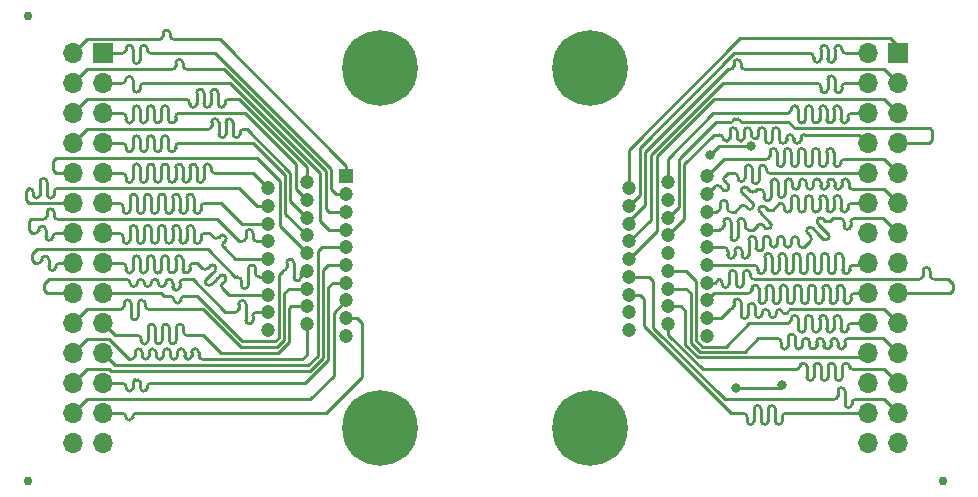
<source format=gbr>
%TF.GenerationSoftware,KiCad,Pcbnew,(6.0.2-0)*%
%TF.CreationDate,2022-04-19T20:24:01-05:00*%
%TF.ProjectId,UDNISOC-1,55444e49-534f-4432-9d31-2e6b69636164,rev?*%
%TF.SameCoordinates,Original*%
%TF.FileFunction,Copper,L1,Top*%
%TF.FilePolarity,Positive*%
%FSLAX46Y46*%
G04 Gerber Fmt 4.6, Leading zero omitted, Abs format (unit mm)*
G04 Created by KiCad (PCBNEW (6.0.2-0)) date 2022-04-19 20:24:01*
%MOMM*%
%LPD*%
G01*
G04 APERTURE LIST*
%TA.AperFunction,ComponentPad*%
%ADD10C,6.400000*%
%TD*%
%TA.AperFunction,ComponentPad*%
%ADD11R,1.700000X1.700000*%
%TD*%
%TA.AperFunction,ComponentPad*%
%ADD12O,1.700000X1.700000*%
%TD*%
%TA.AperFunction,SMDPad,CuDef*%
%ADD13C,0.750000*%
%TD*%
%TA.AperFunction,ComponentPad*%
%ADD14R,1.200000X1.200000*%
%TD*%
%TA.AperFunction,ComponentPad*%
%ADD15C,1.200000*%
%TD*%
%TA.AperFunction,ViaPad*%
%ADD16C,0.800000*%
%TD*%
%TA.AperFunction,Conductor*%
%ADD17C,0.250000*%
%TD*%
G04 APERTURE END LIST*
D10*
%TO.P,MH3,1*%
%TO.N,N/C*%
X154940000Y-111760000D03*
%TD*%
D11*
%TO.P,J1,1,Pin_1*%
%TO.N,/A14*%
X131445000Y-80010000D03*
D12*
%TO.P,J1,2,Pin_2*%
%TO.N,/A23*%
X128905000Y-80010000D03*
%TO.P,J1,3,Pin_3*%
%TO.N,/A8*%
X131445000Y-82550000D03*
%TO.P,J1,4,Pin_4*%
%TO.N,/A11*%
X128905000Y-82550000D03*
%TO.P,J1,5,Pin_5*%
%TO.N,/A13*%
X131445000Y-85090000D03*
%TO.P,J1,6,Pin_6*%
%TO.N,/A22*%
X128905000Y-85090000D03*
%TO.P,J1,7,Pin_7*%
%TO.N,/A19*%
X131445000Y-87630000D03*
%TO.P,J1,8,Pin_8*%
%TO.N,/A10*%
X128905000Y-87630000D03*
%TO.P,J1,9,Pin_9*%
%TO.N,/A15*%
X131445000Y-90170000D03*
%TO.P,J1,10,Pin_10*%
%TO.N,/~{RESET}*%
X128905000Y-90170000D03*
%TO.P,J1,11,Pin_11*%
%TO.N,/A9*%
X131445000Y-92710000D03*
%TO.P,J1,12,Pin_12*%
%TO.N,/A12*%
X128905000Y-92710000D03*
%TO.P,J1,13,Pin_13*%
%TO.N,/A21*%
X131445000Y-95250000D03*
%TO.P,J1,14,Pin_14*%
%TO.N,/A20*%
X128905000Y-95250000D03*
%TO.P,J1,15,Pin_15*%
%TO.N,/A6*%
X131445000Y-97790000D03*
%TO.P,J1,16,Pin_16*%
%TO.N,/A18*%
X128905000Y-97790000D03*
%TO.P,J1,17,Pin_17*%
%TO.N,/RY{slash}~{BY}*%
X131445000Y-100330000D03*
%TO.P,J1,18,Pin_18*%
%TO.N,/A3*%
X128905000Y-100330000D03*
%TO.P,J1,19,Pin_19*%
%TO.N,/A4*%
X131445000Y-102870000D03*
%TO.P,J1,20,Pin_20*%
%TO.N,/A7*%
X128905000Y-102870000D03*
%TO.P,J1,21,Pin_21*%
%TO.N,/~{WE}*%
X131445000Y-105410000D03*
%TO.P,J1,22,Pin_22*%
%TO.N,/A1*%
X128905000Y-105410000D03*
%TO.P,J1,23,Pin_23*%
%TO.N,/A17*%
X131445000Y-107950000D03*
%TO.P,J1,24,Pin_24*%
%TO.N,/~{WP}{slash}ACC*%
X128905000Y-107950000D03*
%TO.P,J1,25,Pin_25*%
%TO.N,/A2*%
X131445000Y-110490000D03*
%TO.P,J1,26,Pin_26*%
%TO.N,/A5*%
X128905000Y-110490000D03*
%TO.P,J1,27,Pin_27*%
%TO.N,GND*%
X131445000Y-113030000D03*
%TO.P,J1,28,Pin_28*%
X128905000Y-113030000D03*
%TD*%
D10*
%TO.P,MH2,1*%
%TO.N,N/C*%
X172720000Y-81280000D03*
%TD*%
%TO.P,MH1,1*%
%TO.N,N/C*%
X154940000Y-81280000D03*
%TD*%
D13*
%TO.P,FID3,*%
%TO.N,*%
X125080000Y-116195000D03*
%TD*%
D11*
%TO.P,J2,1,Pin_1*%
%TO.N,/A16*%
X198750000Y-80010000D03*
D12*
%TO.P,J2,2,Pin_2*%
%TO.N,/DQ15{slash}A-1*%
X196210000Y-80010000D03*
%TO.P,J2,3,Pin_3*%
%TO.N,/DQ6*%
X198750000Y-82550000D03*
%TO.P,J2,4,Pin_4*%
%TO.N,/DQ12*%
X196210000Y-82550000D03*
%TO.P,J2,5,Pin_5*%
%TO.N,/DQ11*%
X198750000Y-85090000D03*
%TO.P,J2,6,Pin_6*%
%TO.N,/A25*%
X196210000Y-85090000D03*
%TO.P,J2,7,Pin_7*%
%TO.N,/DQ14*%
X198750000Y-87630000D03*
%TO.P,J2,8,Pin_8*%
%TO.N,/DQ5*%
X196210000Y-87630000D03*
%TO.P,J2,9,Pin_9*%
%TO.N,/A24*%
X198750000Y-90170000D03*
%TO.P,J2,10,Pin_10*%
%TO.N,/~{BYTE}*%
X196210000Y-90170000D03*
%TO.P,J2,11,Pin_11*%
%TO.N,/DQ7*%
X198750000Y-92710000D03*
%TO.P,J2,12,Pin_12*%
%TO.N,/DQ13*%
X196210000Y-92710000D03*
%TO.P,J2,13,Pin_13*%
%TO.N,/DQ4*%
X198750000Y-95250000D03*
%TO.P,J2,14,Pin_14*%
%TO.N,VCC*%
X196210000Y-95250000D03*
%TO.P,J2,15,Pin_15*%
%TO.N,GND*%
X198750000Y-97790000D03*
%TO.P,J2,16,Pin_16*%
%TO.N,/DQ3*%
X196210000Y-97790000D03*
%TO.P,J2,17,Pin_17*%
%TO.N,/DQ9*%
X198750000Y-100330000D03*
%TO.P,J2,18,Pin_18*%
%TO.N,/DQ0*%
X196210000Y-100330000D03*
%TO.P,J2,19,Pin_19*%
%TO.N,/~{CE}*%
X198750000Y-102870000D03*
%TO.P,J2,20,Pin_20*%
%TO.N,/DQ10*%
X196210000Y-102870000D03*
%TO.P,J2,21,Pin_21*%
%TO.N,/DQ1*%
X198750000Y-105410000D03*
%TO.P,J2,22,Pin_22*%
%TO.N,/~{OE}*%
X196210000Y-105410000D03*
%TO.P,J2,23,Pin_23*%
%TO.N,/A0*%
X198750000Y-107950000D03*
%TO.P,J2,24,Pin_24*%
%TO.N,unconnected-(J2-Pad24)*%
X196210000Y-107950000D03*
%TO.P,J2,25,Pin_25*%
%TO.N,/DQ2*%
X198750000Y-110490000D03*
%TO.P,J2,26,Pin_26*%
%TO.N,/DQ8*%
X196210000Y-110490000D03*
%TO.P,J2,27,Pin_27*%
%TO.N,GND*%
X198750000Y-113030000D03*
%TO.P,J2,28,Pin_28*%
%TO.N,VIO*%
X196210000Y-113030000D03*
%TD*%
D13*
%TO.P,FID1,*%
%TO.N,*%
X125080000Y-76825000D03*
%TD*%
D10*
%TO.P,MH4,1*%
%TO.N,N/C*%
X172720000Y-111760000D03*
%TD*%
D13*
%TO.P,FID2,*%
%TO.N,*%
X202565000Y-116205000D03*
%TD*%
D14*
%TO.P,U1,1,A23*%
%TO.N,/A23*%
X152010000Y-90440000D03*
D15*
%TO.P,U1,2,A22*%
%TO.N,/A22*%
X148710000Y-90940000D03*
%TO.P,U1,3,A15*%
%TO.N,/A15*%
X145410000Y-91440000D03*
%TO.P,U1,4,A14*%
%TO.N,/A14*%
X152010000Y-91940000D03*
%TO.P,U1,5,A13*%
%TO.N,/A13*%
X148710000Y-92440000D03*
%TO.P,U1,6,A12*%
%TO.N,/A12*%
X145410000Y-92940000D03*
%TO.P,U1,7,A11*%
%TO.N,/A11*%
X152010000Y-93440000D03*
%TO.P,U1,8,A10*%
%TO.N,/A10*%
X148710000Y-93940000D03*
%TO.P,U1,9,A9*%
%TO.N,/A9*%
X145410000Y-94440000D03*
%TO.P,U1,10,A8*%
%TO.N,/A8*%
X152010000Y-94940000D03*
%TO.P,U1,11,A19*%
%TO.N,/A19*%
X148710000Y-95440000D03*
%TO.P,U1,12,A20*%
%TO.N,/A20*%
X145410000Y-95940000D03*
%TO.P,U1,13,~{WE}*%
%TO.N,/~{WE}*%
X152010000Y-96440000D03*
%TO.P,U1,14,~{RESET}*%
%TO.N,/~{RESET}*%
X148710000Y-96940000D03*
%TO.P,U1,15,A21*%
%TO.N,/A21*%
X145410000Y-97440000D03*
%TO.P,U1,16,~{WP}/ACC*%
%TO.N,/~{WP}{slash}ACC*%
X152010000Y-97940000D03*
%TO.P,U1,17,RY/~{BY}*%
%TO.N,/RY{slash}~{BY}*%
X148710000Y-98440000D03*
%TO.P,U1,18,A18*%
%TO.N,/A18*%
X145410000Y-98940000D03*
%TO.P,U1,19,A17*%
%TO.N,/A17*%
X152010000Y-99440000D03*
%TO.P,U1,20,A7*%
%TO.N,/A7*%
X148710000Y-99940000D03*
%TO.P,U1,21,A6*%
%TO.N,/A6*%
X145410000Y-100440000D03*
%TO.P,U1,22,A5*%
%TO.N,/A5*%
X152010000Y-100940000D03*
%TO.P,U1,23,A4*%
%TO.N,/A4*%
X148710000Y-101440000D03*
%TO.P,U1,24,A3*%
%TO.N,/A3*%
X145410000Y-101940000D03*
%TO.P,U1,25,A2*%
%TO.N,/A2*%
X152010000Y-102440000D03*
%TO.P,U1,26,A1*%
%TO.N,/A1*%
X148710000Y-102940000D03*
%TO.P,U1,27*%
%TO.N,N/C*%
X145410000Y-103440000D03*
%TO.P,U1,28*%
X152010000Y-103940000D03*
%TO.P,U1,29,VIO*%
%TO.N,VIO*%
X182590000Y-103940000D03*
%TO.P,U1,30*%
%TO.N,N/C*%
X175990000Y-103440000D03*
%TO.P,U1,31,A0*%
%TO.N,/A0*%
X179290000Y-102940000D03*
%TO.P,U1,32,~{CE}*%
%TO.N,/~{CE}*%
X182590000Y-102440000D03*
%TO.P,U1,33,VSS*%
%TO.N,GND*%
X175990000Y-101940000D03*
%TO.P,U1,34,~{OE}*%
%TO.N,/~{OE}*%
X179290000Y-101440000D03*
%TO.P,U1,35,DQ0*%
%TO.N,/DQ0*%
X182590000Y-100940000D03*
%TO.P,U1,36,DQ8*%
%TO.N,/DQ8*%
X175990000Y-100440000D03*
%TO.P,U1,37,DQ1*%
%TO.N,/DQ1*%
X179290000Y-99940000D03*
%TO.P,U1,38,DQ9*%
%TO.N,/DQ9*%
X182590000Y-99440000D03*
%TO.P,U1,39,DQ2*%
%TO.N,/DQ2*%
X175990000Y-98940000D03*
%TO.P,U1,40,DQ10*%
%TO.N,/DQ10*%
X179290000Y-98440000D03*
%TO.P,U1,41,DQ3*%
%TO.N,/DQ3*%
X182590000Y-97940000D03*
%TO.P,U1,42,DQ11*%
%TO.N,/DQ11*%
X175990000Y-97440000D03*
%TO.P,U1,43,VCC*%
%TO.N,VCC*%
X179290000Y-96940000D03*
%TO.P,U1,44,DQ4*%
%TO.N,/DQ4*%
X182590000Y-96440000D03*
%TO.P,U1,45,DQ12*%
%TO.N,/DQ12*%
X175990000Y-95940000D03*
%TO.P,U1,46,DQ5*%
%TO.N,/DQ5*%
X179290000Y-95440000D03*
%TO.P,U1,47,DQ13*%
%TO.N,/DQ13*%
X182590000Y-94940000D03*
%TO.P,U1,48,DQ6*%
%TO.N,/DQ6*%
X175990000Y-94440000D03*
%TO.P,U1,49,DQ14*%
%TO.N,/DQ14*%
X179290000Y-93940000D03*
%TO.P,U1,50,DQ7*%
%TO.N,/DQ7*%
X182590000Y-93440000D03*
%TO.P,U1,51,DQ15/A-1*%
%TO.N,/DQ15{slash}A-1*%
X175990000Y-92940000D03*
%TO.P,U1,52,VSS*%
%TO.N,GND*%
X179290000Y-92440000D03*
%TO.P,U1,53,~{BYTE}*%
%TO.N,/~{BYTE}*%
X182590000Y-91940000D03*
%TO.P,U1,54,A16*%
%TO.N,/A16*%
X175990000Y-91440000D03*
%TO.P,U1,55,A25*%
%TO.N,/A25*%
X179290000Y-90940000D03*
%TO.P,U1,56,A24*%
%TO.N,/A24*%
X182590000Y-90440000D03*
%TD*%
D16*
%TO.N,GND*%
X182880000Y-88646000D03*
X185039000Y-108331000D03*
X186309000Y-87884000D03*
X188976000Y-108077000D03*
%TD*%
D17*
%TO.N,/A23*%
X141319489Y-78835489D02*
X152010000Y-89526000D01*
X130079511Y-78835489D02*
X136239489Y-78835489D01*
X136539489Y-78535489D02*
X136539489Y-78344790D01*
X137139489Y-78344790D02*
X137139489Y-78535489D01*
X137439489Y-78835489D02*
X139287326Y-78835489D01*
X152010000Y-89526000D02*
X152010000Y-90440000D01*
X128905000Y-80010000D02*
X130079511Y-78835489D01*
X139287326Y-78835489D02*
X141319489Y-78835489D01*
X136839489Y-78044790D02*
G75*
G03*
X136539489Y-78344790I0J-300000D01*
G01*
X137439489Y-78835489D02*
G75*
G02*
X137139489Y-78535489I0J300000D01*
G01*
X136539489Y-78535489D02*
G75*
G02*
X136239489Y-78835489I-300000J0D01*
G01*
X137139489Y-78344790D02*
G75*
G03*
X136839489Y-78044790I-300000J0D01*
G01*
%TO.N,/A22*%
X142969771Y-83915489D02*
X142081489Y-83915489D01*
X139381489Y-83336320D02*
X139381489Y-83915489D01*
X148710000Y-90940000D02*
X148710000Y-89655718D01*
X138781489Y-84294658D02*
X138781489Y-84215489D01*
X139981489Y-83915489D02*
X139981489Y-83336320D01*
X135362837Y-83915489D02*
X130079511Y-83915489D01*
X148710000Y-89655718D02*
X142969771Y-83915489D01*
X140581489Y-83336320D02*
X140581489Y-83915489D01*
X141781489Y-84215489D02*
X141781489Y-84294658D01*
X141181489Y-84215489D02*
X141181489Y-83336320D01*
X138481489Y-83915489D02*
X135362837Y-83915489D01*
X141181489Y-84294658D02*
X141181489Y-84215489D01*
X139381489Y-83915489D02*
X139381489Y-84294658D01*
X139981489Y-84294658D02*
X139981489Y-83915489D01*
X130079511Y-83915489D02*
X128905000Y-85090000D01*
X140581489Y-83915489D02*
X140581489Y-84294658D01*
X139681489Y-83036320D02*
G75*
G02*
X139981489Y-83336320I0J-300000D01*
G01*
X138781489Y-84294658D02*
G75*
G03*
X139081489Y-84594658I300000J0D01*
G01*
X140281489Y-84594658D02*
G75*
G03*
X140581489Y-84294658I0J300000D01*
G01*
X139981489Y-84294658D02*
G75*
G03*
X140281489Y-84594658I300000J0D01*
G01*
X138481489Y-83915489D02*
G75*
G02*
X138781489Y-84215489I0J-300000D01*
G01*
X141181489Y-84294658D02*
G75*
G03*
X141481489Y-84594658I300000J0D01*
G01*
X139381489Y-83336320D02*
G75*
G02*
X139681489Y-83036320I300000J0D01*
G01*
X140581489Y-83336320D02*
G75*
G02*
X140881489Y-83036320I300000J0D01*
G01*
X139081489Y-84594658D02*
G75*
G03*
X139381489Y-84294658I0J300000D01*
G01*
X141481489Y-84594658D02*
G75*
G03*
X141781489Y-84294658I0J300000D01*
G01*
X140881489Y-83036320D02*
G75*
G02*
X141181489Y-83336320I0J-300000D01*
G01*
X141781489Y-84215489D02*
G75*
G02*
X142081489Y-83915489I300000J0D01*
G01*
%TO.N,/A15*%
X137596000Y-90655699D02*
X137596000Y-90170000D01*
X135796000Y-89684301D02*
X135796000Y-90170000D01*
X136996000Y-90170000D02*
X136996000Y-90655699D01*
X138796000Y-90170000D02*
X138796000Y-89684301D01*
X138196000Y-90170000D02*
X138196000Y-90655699D01*
X136996000Y-89684301D02*
X136996000Y-90170000D01*
X134596000Y-90170000D02*
X134596000Y-90655699D01*
X135796000Y-90170000D02*
X135796000Y-90655699D01*
X135196000Y-90655699D02*
X135196000Y-90170000D01*
X136396000Y-90655699D02*
X136396000Y-90170000D01*
X144140000Y-90170000D02*
X145410000Y-91440000D01*
X139996000Y-90170000D02*
X139996000Y-89684301D01*
X139396000Y-89684301D02*
X139396000Y-90170000D01*
X140596000Y-89684301D02*
X140596000Y-89870000D01*
X140896000Y-90170000D02*
X142361509Y-90170000D01*
X131445000Y-90170000D02*
X133096000Y-90170000D01*
X136396000Y-90170000D02*
X136396000Y-89684301D01*
X133396000Y-90470000D02*
X133396000Y-90655699D01*
X138196000Y-89684301D02*
X138196000Y-90170000D01*
X134596000Y-89684301D02*
X134596000Y-90170000D01*
X133996000Y-90655699D02*
X133996000Y-90470000D01*
X138796000Y-90655699D02*
X138796000Y-90170000D01*
X142361509Y-90170000D02*
X144140000Y-90170000D01*
X139996000Y-90655699D02*
X139996000Y-90170000D01*
X139396000Y-90170000D02*
X139396000Y-90655699D01*
X135196000Y-90170000D02*
X135196000Y-89684301D01*
X137596000Y-90170000D02*
X137596000Y-89684301D01*
X133996000Y-90470000D02*
X133996000Y-89684301D01*
X135796000Y-89684301D02*
G75*
G03*
X135496000Y-89384301I-300000J0D01*
G01*
X138796000Y-90655699D02*
G75*
G02*
X138496000Y-90955699I-300000J0D01*
G01*
X137596000Y-90655699D02*
G75*
G02*
X137296000Y-90955699I-300000J0D01*
G01*
X135196000Y-90655699D02*
G75*
G02*
X134896000Y-90955699I-300000J0D01*
G01*
X136396000Y-90655699D02*
G75*
G02*
X136096000Y-90955699I-300000J0D01*
G01*
X133396000Y-90470000D02*
G75*
G03*
X133096000Y-90170000I-300000J0D01*
G01*
X135496000Y-89384301D02*
G75*
G03*
X135196000Y-89684301I0J-300000D01*
G01*
X137896000Y-89384301D02*
G75*
G03*
X137596000Y-89684301I0J-300000D01*
G01*
X140296000Y-89384301D02*
G75*
G03*
X139996000Y-89684301I0J-300000D01*
G01*
X137296000Y-90955699D02*
G75*
G02*
X136996000Y-90655699I0J300000D01*
G01*
X139996000Y-90655699D02*
G75*
G02*
X139696000Y-90955699I-300000J0D01*
G01*
X136696000Y-89384301D02*
G75*
G03*
X136396000Y-89684301I0J-300000D01*
G01*
X136096000Y-90955699D02*
G75*
G02*
X135796000Y-90655699I0J300000D01*
G01*
X133996000Y-90655699D02*
G75*
G02*
X133696000Y-90955699I-300000J0D01*
G01*
X136996000Y-89684301D02*
G75*
G03*
X136696000Y-89384301I-300000J0D01*
G01*
X140596000Y-89684301D02*
G75*
G03*
X140296000Y-89384301I-300000J0D01*
G01*
X133696000Y-90955699D02*
G75*
G02*
X133396000Y-90655699I0J300000D01*
G01*
X138496000Y-90955699D02*
G75*
G02*
X138196000Y-90655699I0J300000D01*
G01*
X134896000Y-90955699D02*
G75*
G02*
X134596000Y-90655699I0J300000D01*
G01*
X139096000Y-89384301D02*
G75*
G03*
X138796000Y-89684301I0J-300000D01*
G01*
X134296000Y-89384301D02*
G75*
G03*
X133996000Y-89684301I0J-300000D01*
G01*
X139696000Y-90955699D02*
G75*
G02*
X139396000Y-90655699I0J300000D01*
G01*
X138196000Y-89684301D02*
G75*
G03*
X137896000Y-89384301I-300000J0D01*
G01*
X139396000Y-89684301D02*
G75*
G03*
X139096000Y-89384301I-300000J0D01*
G01*
X134596000Y-89684301D02*
G75*
G03*
X134296000Y-89384301I-300000J0D01*
G01*
X140896000Y-90170000D02*
G75*
G02*
X140596000Y-89870000I0J300000D01*
G01*
%TO.N,/A14*%
X137325081Y-80010000D02*
X140971435Y-80010000D01*
X133996000Y-79625952D02*
X133996000Y-79710000D01*
X133996000Y-79710000D02*
X133996000Y-80594048D01*
X133396000Y-79710000D02*
X133396000Y-79625952D01*
X135496000Y-80010000D02*
X137325081Y-80010000D01*
X150759040Y-89797605D02*
X150759040Y-91537568D01*
X134596000Y-80594048D02*
X134596000Y-80010000D01*
X150759040Y-91537568D02*
X151161472Y-91940000D01*
X135196000Y-79625952D02*
X135196000Y-79710000D01*
X134596000Y-80010000D02*
X134596000Y-79625952D01*
X151161472Y-91940000D02*
X152010000Y-91940000D01*
X140971435Y-80010000D02*
X150759040Y-89797605D01*
X131445000Y-80010000D02*
X133096000Y-80010000D01*
X135196000Y-79625952D02*
G75*
G03*
X134896000Y-79325952I-300000J0D01*
G01*
X134296000Y-80894048D02*
G75*
G02*
X133996000Y-80594048I0J300000D01*
G01*
X134896000Y-79325952D02*
G75*
G03*
X134596000Y-79625952I0J-300000D01*
G01*
X135496000Y-80010000D02*
G75*
G02*
X135196000Y-79710000I0J300000D01*
G01*
X133696000Y-79325952D02*
G75*
G03*
X133396000Y-79625952I0J-300000D01*
G01*
X133996000Y-79625952D02*
G75*
G03*
X133696000Y-79325952I-300000J0D01*
G01*
X133396000Y-79710000D02*
G75*
G02*
X133096000Y-80010000I-300000J0D01*
G01*
X134596000Y-80594048D02*
G75*
G02*
X134296000Y-80894048I-300000J0D01*
G01*
%TO.N,/A13*%
X139146000Y-85090000D02*
X143508564Y-85090000D01*
X137896000Y-85090000D02*
X139146000Y-85090000D01*
X131445000Y-85090000D02*
X133096000Y-85090000D01*
X133996000Y-85625152D02*
X133996000Y-85390000D01*
X143508564Y-85090000D02*
X147785489Y-89366925D01*
X136996000Y-85090000D02*
X136996000Y-85625152D01*
X147785489Y-91515489D02*
X148710000Y-92440000D01*
X136396000Y-85625152D02*
X136396000Y-85090000D01*
X137596000Y-85625152D02*
X137596000Y-85390000D01*
X135796000Y-85090000D02*
X135796000Y-85625152D01*
X135196000Y-85090000D02*
X135196000Y-84754848D01*
X133396000Y-85390000D02*
X133396000Y-85625152D01*
X136396000Y-85090000D02*
X136396000Y-84754848D01*
X135796000Y-84754848D02*
X135796000Y-85090000D01*
X147785489Y-89366925D02*
X147785489Y-91515489D01*
X134596000Y-84754848D02*
X134596000Y-85090000D01*
X133996000Y-85390000D02*
X133996000Y-84754848D01*
X135196000Y-85625152D02*
X135196000Y-85090000D01*
X134596000Y-85090000D02*
X134596000Y-85625152D01*
X136996000Y-84754848D02*
X136996000Y-85090000D01*
X137596000Y-85625152D02*
G75*
G02*
X137296000Y-85925152I-300000J0D01*
G01*
X136696000Y-84454848D02*
G75*
G03*
X136396000Y-84754848I0J-300000D01*
G01*
X136396000Y-85625152D02*
G75*
G02*
X136096000Y-85925152I-300000J0D01*
G01*
X133696000Y-85925152D02*
G75*
G02*
X133396000Y-85625152I0J300000D01*
G01*
X136996000Y-84754848D02*
G75*
G03*
X136696000Y-84454848I-300000J0D01*
G01*
X133396000Y-85390000D02*
G75*
G03*
X133096000Y-85090000I-300000J0D01*
G01*
X137896000Y-85090000D02*
G75*
G03*
X137596000Y-85390000I0J-300000D01*
G01*
X136096000Y-85925152D02*
G75*
G02*
X135796000Y-85625152I0J300000D01*
G01*
X134896000Y-85925152D02*
G75*
G02*
X134596000Y-85625152I0J300000D01*
G01*
X135196000Y-85625152D02*
G75*
G02*
X134896000Y-85925152I-300000J0D01*
G01*
X134596000Y-84754848D02*
G75*
G03*
X134296000Y-84454848I-300000J0D01*
G01*
X135796000Y-84754848D02*
G75*
G03*
X135496000Y-84454848I-300000J0D01*
G01*
X137296000Y-85925152D02*
G75*
G02*
X136996000Y-85625152I0J300000D01*
G01*
X135496000Y-84454848D02*
G75*
G03*
X135196000Y-84754848I0J-300000D01*
G01*
X134296000Y-84454848D02*
G75*
G03*
X133996000Y-84754848I0J-300000D01*
G01*
X133996000Y-85625152D02*
G75*
G02*
X133696000Y-85925152I-300000J0D01*
G01*
%TO.N,/A12*%
X125522000Y-91740000D02*
X125522000Y-91982893D01*
X126122000Y-91982893D02*
X126122000Y-91740000D01*
X124968000Y-92456000D02*
X124968000Y-91694000D01*
X125222000Y-92710000D02*
X124968000Y-92456000D01*
X128905000Y-92710000D02*
X125222000Y-92710000D01*
X143002000Y-91440000D02*
X144502000Y-92940000D01*
X144502000Y-92940000D02*
X145410000Y-92940000D01*
X128360564Y-91440000D02*
X143002000Y-91440000D01*
X126722000Y-90897107D02*
X126722000Y-91440000D01*
X126722000Y-91440000D02*
X126722000Y-91982893D01*
X124968000Y-91694000D02*
X125222000Y-91440000D01*
X127322000Y-91982893D02*
X127322000Y-91740000D01*
X126122000Y-91740000D02*
X126122000Y-90897107D01*
X127622000Y-91440000D02*
X128360564Y-91440000D01*
X127322000Y-91982893D02*
G75*
G02*
X127022000Y-92282893I-300000J0D01*
G01*
X125822000Y-92282893D02*
G75*
G02*
X125522000Y-91982893I0J300000D01*
G01*
X126722000Y-90897107D02*
G75*
G03*
X126422000Y-90597107I-300000J0D01*
G01*
X126122000Y-91982893D02*
G75*
G02*
X125822000Y-92282893I-300000J0D01*
G01*
X127622000Y-91440000D02*
G75*
G03*
X127322000Y-91740000I0J-300000D01*
G01*
X125522000Y-91740000D02*
G75*
G03*
X125222000Y-91440000I-300000J0D01*
G01*
X126422000Y-90597107D02*
G75*
G03*
X126122000Y-90897107I0J-300000D01*
G01*
X127022000Y-92282893D02*
G75*
G02*
X126722000Y-91982893I0J300000D01*
G01*
%TO.N,/A11*%
X138218511Y-81075489D02*
X138218511Y-80825251D01*
X137318511Y-81375489D02*
X130079511Y-81375489D01*
X150622000Y-93472000D02*
X150309520Y-93159520D01*
X150654000Y-93440000D02*
X150622000Y-93472000D01*
X141701207Y-81375489D02*
X138518511Y-81375489D01*
X150309520Y-93159520D02*
X150309520Y-89983802D01*
X150309520Y-89983802D02*
X141701207Y-81375489D01*
X130079511Y-81375489D02*
X128905000Y-82550000D01*
X152010000Y-93440000D02*
X150654000Y-93440000D01*
X137618511Y-80825251D02*
X137618511Y-81075489D01*
X137918511Y-80525251D02*
G75*
G02*
X138218511Y-80825251I0J-300000D01*
G01*
X137618511Y-80825251D02*
G75*
G02*
X137918511Y-80525251I300000J0D01*
G01*
X138218511Y-81075489D02*
G75*
G03*
X138518511Y-81375489I300000J0D01*
G01*
X137318511Y-81375489D02*
G75*
G03*
X137618511Y-81075489I0J300000D01*
G01*
%TO.N,/A10*%
X142451489Y-86855489D02*
X142451489Y-86755489D01*
X140651489Y-85855489D02*
X140651489Y-86155489D01*
X140351489Y-86455489D02*
X131372939Y-86455489D01*
X141251489Y-86855489D02*
X141251489Y-86455489D01*
X148710000Y-93940000D02*
X147320000Y-92550000D01*
X141851489Y-86455489D02*
X141851489Y-86855489D01*
X147320000Y-92550000D02*
X147320000Y-90170000D01*
X142451489Y-86755489D02*
X142451489Y-85855489D01*
X141251489Y-86455489D02*
X141251489Y-85855489D01*
X147320000Y-90170000D02*
X143605489Y-86455489D01*
X131372939Y-86455489D02*
X130079511Y-86455489D01*
X143605489Y-86455489D02*
X143351489Y-86455489D01*
X130079511Y-86455489D02*
X128905000Y-87630000D01*
X143051489Y-86755489D02*
X143051489Y-86855489D01*
X141851489Y-85855489D02*
X141851489Y-86455489D01*
X140651489Y-85855489D02*
G75*
G02*
X140951489Y-85555489I300000J0D01*
G01*
X143051489Y-86755489D02*
G75*
G02*
X143351489Y-86455489I300000J0D01*
G01*
X141851489Y-85855489D02*
G75*
G02*
X142151489Y-85555489I300000J0D01*
G01*
X142751489Y-87155489D02*
G75*
G03*
X143051489Y-86855489I0J300000D01*
G01*
X140951489Y-85555489D02*
G75*
G02*
X141251489Y-85855489I0J-300000D01*
G01*
X142451489Y-86855489D02*
G75*
G03*
X142751489Y-87155489I300000J0D01*
G01*
X141551489Y-87155489D02*
G75*
G03*
X141851489Y-86855489I0J300000D01*
G01*
X142151489Y-85555489D02*
G75*
G02*
X142451489Y-85855489I0J-300000D01*
G01*
X141251489Y-86855489D02*
G75*
G03*
X141551489Y-87155489I300000J0D01*
G01*
X140351489Y-86455489D02*
G75*
G03*
X140651489Y-86155489I0J300000D01*
G01*
%TO.N,/A9*%
X139142000Y-92227786D02*
X139142000Y-92710000D01*
X139742000Y-93292214D02*
X139742000Y-93010000D01*
X134942000Y-93292214D02*
X134942000Y-92710000D01*
X136742000Y-92227786D02*
X136742000Y-92710000D01*
X138542000Y-93292214D02*
X138542000Y-92710000D01*
X137942000Y-92710000D02*
X137942000Y-93292214D01*
X139142000Y-92710000D02*
X139142000Y-93292214D01*
X136142000Y-92710000D02*
X136142000Y-92227786D01*
X137942000Y-92227786D02*
X137942000Y-92710000D01*
X140042000Y-92710000D02*
X141478000Y-92710000D01*
X135542000Y-92710000D02*
X135542000Y-93292214D01*
X136142000Y-93292214D02*
X136142000Y-92710000D01*
X143208000Y-94440000D02*
X145410000Y-94440000D01*
X134342000Y-92227786D02*
X134342000Y-92710000D01*
X135542000Y-92227786D02*
X135542000Y-92710000D01*
X133742000Y-93292214D02*
X133742000Y-93010000D01*
X134342000Y-92710000D02*
X134342000Y-93292214D01*
X141478000Y-92710000D02*
X143208000Y-94440000D01*
X131445000Y-92710000D02*
X132842000Y-92710000D01*
X136742000Y-92710000D02*
X136742000Y-93292214D01*
X137342000Y-93292214D02*
X137342000Y-92710000D01*
X134942000Y-92710000D02*
X134942000Y-92227786D01*
X133742000Y-93010000D02*
X133742000Y-92227786D01*
X138542000Y-92710000D02*
X138542000Y-92227786D01*
X133142000Y-93010000D02*
X133142000Y-93292214D01*
X137342000Y-92710000D02*
X137342000Y-92227786D01*
X135542000Y-92227786D02*
G75*
G03*
X135242000Y-91927786I-300000J0D01*
G01*
X139742000Y-93292214D02*
G75*
G02*
X139442000Y-93592214I-300000J0D01*
G01*
X136742000Y-92227786D02*
G75*
G03*
X136442000Y-91927786I-300000J0D01*
G01*
X133142000Y-93010000D02*
G75*
G03*
X132842000Y-92710000I-300000J0D01*
G01*
X134342000Y-92227786D02*
G75*
G03*
X134042000Y-91927786I-300000J0D01*
G01*
X137642000Y-91927786D02*
G75*
G03*
X137342000Y-92227786I0J-300000D01*
G01*
X138242000Y-93592214D02*
G75*
G02*
X137942000Y-93292214I0J300000D01*
G01*
X136442000Y-91927786D02*
G75*
G03*
X136142000Y-92227786I0J-300000D01*
G01*
X134642000Y-93592214D02*
G75*
G02*
X134342000Y-93292214I0J300000D01*
G01*
X136142000Y-93292214D02*
G75*
G02*
X135842000Y-93592214I-300000J0D01*
G01*
X133442000Y-93592214D02*
G75*
G02*
X133142000Y-93292214I0J300000D01*
G01*
X135842000Y-93592214D02*
G75*
G02*
X135542000Y-93292214I0J300000D01*
G01*
X138542000Y-93292214D02*
G75*
G02*
X138242000Y-93592214I-300000J0D01*
G01*
X139442000Y-93592214D02*
G75*
G02*
X139142000Y-93292214I0J300000D01*
G01*
X137342000Y-93292214D02*
G75*
G02*
X137042000Y-93592214I-300000J0D01*
G01*
X134042000Y-91927786D02*
G75*
G03*
X133742000Y-92227786I0J-300000D01*
G01*
X135242000Y-91927786D02*
G75*
G03*
X134942000Y-92227786I0J-300000D01*
G01*
X134942000Y-93292214D02*
G75*
G02*
X134642000Y-93592214I-300000J0D01*
G01*
X138842000Y-91927786D02*
G75*
G03*
X138542000Y-92227786I0J-300000D01*
G01*
X139142000Y-92227786D02*
G75*
G03*
X138842000Y-91927786I-300000J0D01*
G01*
X137942000Y-92227786D02*
G75*
G03*
X137642000Y-91927786I-300000J0D01*
G01*
X140042000Y-92710000D02*
G75*
G03*
X139742000Y-93010000I0J-300000D01*
G01*
X137042000Y-93592214D02*
G75*
G02*
X136742000Y-93292214I0J300000D01*
G01*
X133742000Y-93292214D02*
G75*
G02*
X133442000Y-93592214I-300000J0D01*
G01*
%TO.N,/A8*%
X133669708Y-81976292D02*
X133696000Y-81976292D01*
X134596000Y-83023708D02*
X134596000Y-82850000D01*
X149860000Y-90170000D02*
X149860000Y-94234000D01*
X142240000Y-82550000D02*
X149860000Y-90170000D01*
X150566000Y-94940000D02*
X152010000Y-94940000D01*
X133982854Y-82550000D02*
X133996000Y-82550000D01*
X134896000Y-82550000D02*
X135820694Y-82550000D01*
X149860000Y-94234000D02*
X150566000Y-94940000D01*
X133996000Y-82550000D02*
X133996000Y-83023708D01*
X131445000Y-82550000D02*
X133096000Y-82550000D01*
X135820694Y-82550000D02*
X142240000Y-82550000D01*
X133982854Y-82263146D02*
X133982854Y-82550000D01*
X134596000Y-83023708D02*
G75*
G02*
X134296000Y-83323708I-300000J0D01*
G01*
X133669708Y-81976292D02*
G75*
G03*
X133382854Y-82263146I1J-286855D01*
G01*
X134296000Y-83323708D02*
G75*
G02*
X133996000Y-83023708I0J300000D01*
G01*
X133382854Y-82263146D02*
G75*
G02*
X133096000Y-82550000I-286855J1D01*
G01*
X134896000Y-82550000D02*
G75*
G03*
X134596000Y-82850000I0J-300000D01*
G01*
X133982854Y-82263146D02*
G75*
G03*
X133696000Y-81976292I-286855J-1D01*
G01*
%TO.N,/A19*%
X135196000Y-87630000D02*
X135196000Y-87297162D01*
X136996000Y-87297162D02*
X136996000Y-87630000D01*
X146870480Y-90356198D02*
X146870480Y-93600480D01*
X144144282Y-87630000D02*
X146870480Y-90356198D01*
X134596000Y-87630000D02*
X134596000Y-88062838D01*
X141838244Y-87630000D02*
X144144282Y-87630000D01*
X135796000Y-87630000D02*
X135796000Y-88062838D01*
X135796000Y-87297162D02*
X135796000Y-87630000D01*
X136396000Y-87630000D02*
X136396000Y-87297162D01*
X134596000Y-87297162D02*
X134596000Y-87630000D01*
X135196000Y-88062838D02*
X135196000Y-87630000D01*
X133996000Y-87930000D02*
X133996000Y-87297162D01*
X146870480Y-93600480D02*
X148710000Y-95440000D01*
X133396000Y-87930000D02*
X133396000Y-88062838D01*
X133996000Y-88062838D02*
X133996000Y-87930000D01*
X136996000Y-87630000D02*
X136996000Y-88062838D01*
X137596000Y-88062838D02*
X137596000Y-87930000D01*
X136396000Y-88062838D02*
X136396000Y-87630000D01*
X137896000Y-87630000D02*
X141838244Y-87630000D01*
X131445000Y-87630000D02*
X133096000Y-87630000D01*
X133696000Y-88362838D02*
G75*
G02*
X133396000Y-88062838I0J300000D01*
G01*
X135196000Y-88062838D02*
G75*
G02*
X134896000Y-88362838I-300000J0D01*
G01*
X134596000Y-87297162D02*
G75*
G03*
X134296000Y-86997162I-300000J0D01*
G01*
X136396000Y-88062838D02*
G75*
G02*
X136096000Y-88362838I-300000J0D01*
G01*
X137896000Y-87630000D02*
G75*
G03*
X137596000Y-87930000I0J-300000D01*
G01*
X135496000Y-86997162D02*
G75*
G03*
X135196000Y-87297162I0J-300000D01*
G01*
X134296000Y-86997162D02*
G75*
G03*
X133996000Y-87297162I0J-300000D01*
G01*
X137596000Y-88062838D02*
G75*
G02*
X137296000Y-88362838I-300000J0D01*
G01*
X133396000Y-87930000D02*
G75*
G03*
X133096000Y-87630000I-300000J0D01*
G01*
X137296000Y-88362838D02*
G75*
G02*
X136996000Y-88062838I0J300000D01*
G01*
X136696000Y-86997162D02*
G75*
G03*
X136396000Y-87297162I0J-300000D01*
G01*
X134896000Y-88362838D02*
G75*
G02*
X134596000Y-88062838I0J300000D01*
G01*
X136096000Y-88362838D02*
G75*
G02*
X135796000Y-88062838I0J300000D01*
G01*
X133996000Y-88062838D02*
G75*
G02*
X133696000Y-88362838I-300000J0D01*
G01*
X136996000Y-87297162D02*
G75*
G03*
X136696000Y-86997162I-300000J0D01*
G01*
X135796000Y-87297162D02*
G75*
G03*
X135496000Y-86997162I-300000J0D01*
G01*
%TO.N,/A20*%
X125708000Y-95250000D02*
X125476000Y-95250000D01*
X126008000Y-94943376D02*
X126008000Y-94950000D01*
X144454000Y-95940000D02*
X145410000Y-95940000D01*
X127603489Y-94075489D02*
X141065489Y-94075489D01*
X126608000Y-95556624D02*
X126608000Y-95550000D01*
X125380511Y-94075489D02*
X126403489Y-94075489D01*
X126608000Y-95550000D02*
X126608000Y-94943376D01*
X125222000Y-94234000D02*
X125380511Y-94075489D01*
X127303489Y-93475489D02*
X127303489Y-93775489D01*
X128905000Y-95250000D02*
X127508000Y-95250000D01*
X126703489Y-93775489D02*
X126703489Y-93475489D01*
X125222000Y-94996000D02*
X125222000Y-94234000D01*
X127208000Y-95550000D02*
X127208000Y-95556624D01*
X142930000Y-95940000D02*
X143254000Y-95940000D01*
X143554000Y-95640000D02*
X143554000Y-95240000D01*
X141065489Y-94075489D02*
X142930000Y-95940000D01*
X125476000Y-95250000D02*
X125222000Y-94996000D01*
X144154000Y-95240000D02*
X144154000Y-95640000D01*
X127003489Y-93175489D02*
G75*
G03*
X126703489Y-93475489I0J-300000D01*
G01*
X126608000Y-95556624D02*
G75*
G03*
X126908000Y-95856624I300000J0D01*
G01*
X127603489Y-94075489D02*
G75*
G02*
X127303489Y-93775489I0J300000D01*
G01*
X125708000Y-95250000D02*
G75*
G03*
X126008000Y-94950000I0J300000D01*
G01*
X127303489Y-93475489D02*
G75*
G03*
X127003489Y-93175489I-300000J0D01*
G01*
X126703489Y-93775489D02*
G75*
G02*
X126403489Y-94075489I-300000J0D01*
G01*
X126308000Y-94643376D02*
G75*
G02*
X126608000Y-94943376I0J-300000D01*
G01*
X144154000Y-95240000D02*
G75*
G03*
X143854000Y-94940000I-300000J0D01*
G01*
X126908000Y-95856624D02*
G75*
G03*
X127208000Y-95556624I0J300000D01*
G01*
X144454000Y-95940000D02*
G75*
G02*
X144154000Y-95640000I0J300000D01*
G01*
X127208000Y-95550000D02*
G75*
G02*
X127508000Y-95250000I300000J0D01*
G01*
X143854000Y-94940000D02*
G75*
G03*
X143554000Y-95240000I0J-300000D01*
G01*
X126008000Y-94943376D02*
G75*
G02*
X126308000Y-94643376I300000J0D01*
G01*
X143554000Y-95640000D02*
G75*
G02*
X143254000Y-95940000I-300000J0D01*
G01*
%TO.N,/~{WE}*%
X152010000Y-96440000D02*
X149968511Y-96440000D01*
X149968511Y-96440000D02*
X149634511Y-96774000D01*
X149634511Y-105635489D02*
X148844000Y-106426000D01*
X148844000Y-106426000D02*
X132461000Y-106426000D01*
X149634511Y-96774000D02*
X149634511Y-105635489D01*
X132461000Y-106426000D02*
X131445000Y-105410000D01*
%TO.N,/~{RESET}*%
X144526000Y-88900000D02*
X127508000Y-88900000D01*
X127508000Y-88900000D02*
X127254000Y-89154000D01*
X148710000Y-96940000D02*
X146420960Y-94650960D01*
X146420960Y-90794960D02*
X144526000Y-88900000D01*
X127254000Y-89154000D02*
X127254000Y-89916000D01*
X146420960Y-94650960D02*
X146420960Y-90794960D01*
X127508000Y-90170000D02*
X128905000Y-90170000D01*
X127254000Y-89916000D02*
X127508000Y-90170000D01*
%TO.N,/A21*%
X139742000Y-95822217D02*
X139742000Y-95550000D01*
X141785854Y-95906039D02*
X141664077Y-96027813D01*
X137942000Y-94877783D02*
X137942000Y-95250000D01*
X133742000Y-95822217D02*
X133742000Y-95550000D01*
X135542000Y-95250000D02*
X135542000Y-95822217D01*
X133742000Y-95550000D02*
X133742000Y-94877783D01*
X134942000Y-95250000D02*
X134942000Y-94877783D01*
X140462000Y-95250000D02*
X140815550Y-95603550D01*
X136742000Y-94877783D02*
X136742000Y-95250000D01*
X141239814Y-95603550D02*
X141361590Y-95481775D01*
X138542000Y-95822217D02*
X138542000Y-95250000D01*
X137342000Y-95822217D02*
X137342000Y-95250000D01*
X136142000Y-95822217D02*
X136142000Y-95250000D01*
X141664078Y-96452078D02*
X142652000Y-97440000D01*
X137342000Y-95250000D02*
X137342000Y-94877783D01*
X141664077Y-96452077D02*
X141664078Y-96452078D01*
X131445000Y-95250000D02*
X132842000Y-95250000D01*
X140042000Y-95250000D02*
X140462000Y-95250000D01*
X142652000Y-97440000D02*
X145410000Y-97440000D01*
X141239815Y-95603549D02*
X141239814Y-95603550D01*
X141785853Y-95906040D02*
X141785854Y-95906039D01*
X134942000Y-95822217D02*
X134942000Y-95250000D01*
X138542000Y-95250000D02*
X138542000Y-94877783D01*
X139142000Y-95250000D02*
X139142000Y-95822217D01*
X134342000Y-95250000D02*
X134342000Y-95822217D01*
X135542000Y-94877783D02*
X135542000Y-95250000D01*
X137942000Y-95250000D02*
X137942000Y-95822217D01*
X136142000Y-95250000D02*
X136142000Y-94877783D01*
X136742000Y-95250000D02*
X136742000Y-95822217D01*
X139142000Y-94877783D02*
X139142000Y-95250000D01*
X133142000Y-95550000D02*
X133142000Y-95822217D01*
X134342000Y-94877783D02*
X134342000Y-95250000D01*
X136742000Y-94877783D02*
G75*
G03*
X136442000Y-94577783I-300000J0D01*
G01*
X133442000Y-96122217D02*
G75*
G02*
X133142000Y-95822217I0J300000D01*
G01*
X138542000Y-95822217D02*
G75*
G02*
X138242000Y-96122217I-300000J0D01*
G01*
X133142000Y-95550000D02*
G75*
G03*
X132842000Y-95250000I-300000J0D01*
G01*
X137642000Y-94577783D02*
G75*
G03*
X137342000Y-94877783I0J-300000D01*
G01*
X137042000Y-96122217D02*
G75*
G02*
X136742000Y-95822217I0J300000D01*
G01*
X137942000Y-94877783D02*
G75*
G03*
X137642000Y-94577783I-300000J0D01*
G01*
X134042000Y-94577783D02*
G75*
G03*
X133742000Y-94877783I0J-300000D01*
G01*
X134642000Y-96122217D02*
G75*
G02*
X134342000Y-95822217I0J300000D01*
G01*
X139142000Y-94877783D02*
G75*
G03*
X138842000Y-94577783I-300000J0D01*
G01*
X139742000Y-95822217D02*
G75*
G02*
X139442000Y-96122217I-300000J0D01*
G01*
X141664078Y-96452076D02*
G75*
G02*
X141664078Y-96027814I212131J212131D01*
G01*
X135542000Y-94877783D02*
G75*
G03*
X135242000Y-94577783I-300000J0D01*
G01*
X135842000Y-96122217D02*
G75*
G02*
X135542000Y-95822217I0J300000D01*
G01*
X134342000Y-94877783D02*
G75*
G03*
X134042000Y-94577783I-300000J0D01*
G01*
X136142000Y-95822217D02*
G75*
G02*
X135842000Y-96122217I-300000J0D01*
G01*
X138242000Y-96122217D02*
G75*
G02*
X137942000Y-95822217I0J300000D01*
G01*
X141785853Y-95906040D02*
G75*
G03*
X141785854Y-95481775I-212134J212133D01*
G01*
X137342000Y-95822217D02*
G75*
G02*
X137042000Y-96122217I-300000J0D01*
G01*
X138842000Y-94577783D02*
G75*
G03*
X138542000Y-94877783I0J-300000D01*
G01*
X141785853Y-95481776D02*
G75*
G03*
X141361591Y-95481776I-212131J-212131D01*
G01*
X140042000Y-95250000D02*
G75*
G03*
X139742000Y-95550000I0J-300000D01*
G01*
X141239815Y-95603549D02*
G75*
G02*
X140815550Y-95603550I-212133J212127D01*
G01*
X135242000Y-94577783D02*
G75*
G03*
X134942000Y-94877783I0J-300000D01*
G01*
X139442000Y-96122217D02*
G75*
G02*
X139142000Y-95822217I0J300000D01*
G01*
X133742000Y-95822217D02*
G75*
G02*
X133442000Y-96122217I-300000J0D01*
G01*
X136442000Y-94577783D02*
G75*
G03*
X136142000Y-94877783I0J-300000D01*
G01*
X134942000Y-95822217D02*
G75*
G02*
X134642000Y-96122217I-300000J0D01*
G01*
%TO.N,/~{WP}{slash}ACC*%
X148971717Y-106934000D02*
X132090010Y-106934000D01*
X131931499Y-106775489D02*
X130079511Y-106775489D01*
X150472000Y-97940000D02*
X152010000Y-97940000D01*
X148971717Y-106934000D02*
X150084031Y-105821686D01*
X150084031Y-98327969D02*
X150472000Y-97940000D01*
X150084031Y-105821686D02*
X150084031Y-98327969D01*
X132090010Y-106934000D02*
X131931499Y-106775489D01*
X130079511Y-106775489D02*
X128905000Y-107950000D01*
%TO.N,/RY{slash}~{BY}*%
X138341092Y-100584000D02*
X138360000Y-100584000D01*
X147600511Y-98140000D02*
X147600511Y-98990000D01*
X143256000Y-104394000D02*
X146050000Y-104394000D01*
X136398000Y-100330000D02*
X136652000Y-100584000D01*
X146334511Y-104109489D02*
X146334511Y-98806000D01*
X146050000Y-104394000D02*
X146334511Y-104109489D01*
X131445000Y-100330000D02*
X136398000Y-100330000D01*
X138050546Y-100874547D02*
X138050546Y-100874546D01*
X148200511Y-98990000D02*
X148200511Y-98740000D01*
X138360000Y-100584000D02*
X139446000Y-100584000D01*
X136652000Y-100584000D02*
X137160000Y-100584000D01*
X137741092Y-101165093D02*
X137760000Y-101165093D01*
X137450546Y-100874546D02*
X137450546Y-100874547D01*
X147600511Y-97740000D02*
X147600511Y-98140000D01*
X146334511Y-98806000D02*
X146700511Y-98440000D01*
X139446000Y-100584000D02*
X143256000Y-104394000D01*
X147000511Y-98140000D02*
X147000511Y-97740000D01*
X148500511Y-98440000D02*
X148710000Y-98440000D01*
X148200511Y-98990000D02*
G75*
G02*
X147900511Y-99290000I-300000J0D01*
G01*
X138341092Y-100584000D02*
G75*
G03*
X138050546Y-100874546I0J-290546D01*
G01*
X137450546Y-100874546D02*
G75*
G03*
X137160000Y-100584000I-290546J0D01*
G01*
X137741092Y-101165093D02*
G75*
G02*
X137450546Y-100874547I0J290546D01*
G01*
X147900511Y-99290000D02*
G75*
G02*
X147600511Y-98990000I0J300000D01*
G01*
X147000511Y-98140000D02*
G75*
G02*
X146700511Y-98440000I-300000J0D01*
G01*
X138050546Y-100874547D02*
G75*
G02*
X137760000Y-101165093I-290546J0D01*
G01*
X148500511Y-98440000D02*
G75*
G03*
X148200511Y-98740000I0J-300000D01*
G01*
X147600511Y-97740000D02*
G75*
G03*
X147300511Y-97440000I-300000J0D01*
G01*
X147300511Y-97440000D02*
G75*
G03*
X147000511Y-97740000I0J-300000D01*
G01*
%TO.N,/A18*%
X127462000Y-98090000D02*
X127462000Y-98098806D01*
X142628000Y-98940000D02*
X142860000Y-98940000D01*
X128905000Y-97790000D02*
X127762000Y-97790000D01*
X126862000Y-98098806D02*
X126862000Y-98090000D01*
X125888511Y-96615489D02*
X140303489Y-96615489D01*
X126262000Y-97481194D02*
X126262000Y-97490000D01*
X125476000Y-97536000D02*
X125476000Y-97028000D01*
X143160000Y-99240000D02*
X143160000Y-99640000D01*
X144360000Y-98240000D02*
X144360000Y-98640000D01*
X125962000Y-97790000D02*
X125730000Y-97790000D01*
X140303489Y-96615489D02*
X142628000Y-98940000D01*
X125476000Y-97028000D02*
X125888511Y-96615489D01*
X126862000Y-98090000D02*
X126862000Y-97481194D01*
X125730000Y-97790000D02*
X125476000Y-97536000D01*
X144660000Y-98940000D02*
X145410000Y-98940000D01*
X143760000Y-99640000D02*
X143760000Y-98240000D01*
X126862000Y-98098806D02*
G75*
G03*
X127162000Y-98398806I300000J0D01*
G01*
X144360000Y-98240000D02*
G75*
G03*
X144060000Y-97940000I-300000J0D01*
G01*
X143160000Y-99240000D02*
G75*
G03*
X142860000Y-98940000I-300000J0D01*
G01*
X143760000Y-99640000D02*
G75*
G02*
X143460000Y-99940000I-300000J0D01*
G01*
X144660000Y-98940000D02*
G75*
G02*
X144360000Y-98640000I0J300000D01*
G01*
X144060000Y-97940000D02*
G75*
G03*
X143760000Y-98240000I0J-300000D01*
G01*
X126262000Y-97481194D02*
G75*
G02*
X126562000Y-97181194I300000J0D01*
G01*
X125962000Y-97790000D02*
G75*
G03*
X126262000Y-97490000I0J300000D01*
G01*
X127462000Y-98090000D02*
G75*
G02*
X127762000Y-97790000I300000J0D01*
G01*
X127162000Y-98398806D02*
G75*
G03*
X127462000Y-98098806I0J300000D01*
G01*
X143460000Y-99940000D02*
G75*
G02*
X143160000Y-99640000I0J300000D01*
G01*
X126562000Y-97181194D02*
G75*
G02*
X126862000Y-97481194I0J-300000D01*
G01*
%TO.N,/A17*%
X136224663Y-107960000D02*
X148581434Y-107960000D01*
X134606000Y-107960000D02*
X134606000Y-108324465D01*
X134606000Y-107802767D02*
X134606000Y-107960000D01*
X134163232Y-107645535D02*
X134448768Y-107645535D01*
X132842000Y-107950000D02*
X132852000Y-107960000D01*
X134006000Y-108260000D02*
X134006000Y-107802767D01*
X132852000Y-107960000D02*
X133106000Y-107960000D01*
X135506000Y-107960000D02*
X136224663Y-107960000D01*
X150533551Y-99822000D02*
X150915551Y-99440000D01*
X131445000Y-107950000D02*
X132842000Y-107950000D01*
X150915551Y-99440000D02*
X152010000Y-99440000D01*
X135206000Y-108324465D02*
X135206000Y-108260000D01*
X148581434Y-107960000D02*
X150533551Y-106007883D01*
X133406000Y-108260000D02*
X133406000Y-108324465D01*
X150533551Y-106007883D02*
X150533551Y-99822000D01*
X134006000Y-108324465D02*
X134006000Y-108260000D01*
X135506000Y-107960000D02*
G75*
G03*
X135206000Y-108260000I0J-300000D01*
G01*
X133706000Y-108624465D02*
G75*
G02*
X133406000Y-108324465I0J300000D01*
G01*
X134606000Y-107802767D02*
G75*
G03*
X134448768Y-107645535I-157231J1D01*
G01*
X135206000Y-108324465D02*
G75*
G02*
X134906000Y-108624465I-300000J0D01*
G01*
X134906000Y-108624465D02*
G75*
G02*
X134606000Y-108324465I0J300000D01*
G01*
X134006000Y-108324465D02*
G75*
G02*
X133706000Y-108624465I-300000J0D01*
G01*
X133406000Y-108260000D02*
G75*
G03*
X133106000Y-107960000I-300000J0D01*
G01*
X134163232Y-107645535D02*
G75*
G03*
X134006000Y-107802767I-1J-157231D01*
G01*
%TO.N,/A7*%
X137049985Y-101695489D02*
X139921771Y-101695489D01*
X133837489Y-101190147D02*
X133837489Y-101395489D01*
X134437489Y-101695489D02*
X134437489Y-101190147D01*
X146784031Y-100330000D02*
X147174031Y-99940000D01*
X146177717Y-104902000D02*
X146784031Y-104295686D01*
X143128282Y-104902000D02*
X146177717Y-104902000D01*
X133837489Y-101395489D02*
X133837489Y-102300831D01*
X135337489Y-101695489D02*
X137049985Y-101695489D01*
X146784031Y-104295686D02*
X146784031Y-100330000D01*
X133237489Y-101395489D02*
X133237489Y-101190147D01*
X139921771Y-101695489D02*
X143128282Y-104902000D01*
X130079511Y-101695489D02*
X132937489Y-101695489D01*
X128905000Y-102870000D02*
X130079511Y-101695489D01*
X134437489Y-102300831D02*
X134437489Y-101695489D01*
X147174031Y-99940000D02*
X148710000Y-99940000D01*
X135037489Y-101190147D02*
X135037489Y-101395489D01*
X134137489Y-102600831D02*
G75*
G02*
X133837489Y-102300831I0J300000D01*
G01*
X133837489Y-101190147D02*
G75*
G03*
X133537489Y-100890147I-300000J0D01*
G01*
X133537489Y-100890147D02*
G75*
G03*
X133237489Y-101190147I0J-300000D01*
G01*
X135037489Y-101190147D02*
G75*
G03*
X134737489Y-100890147I-300000J0D01*
G01*
X133237489Y-101395489D02*
G75*
G02*
X132937489Y-101695489I-300000J0D01*
G01*
X134437489Y-102300831D02*
G75*
G02*
X134137489Y-102600831I-300000J0D01*
G01*
X134737489Y-100890147D02*
G75*
G03*
X134437489Y-101190147I0J-300000D01*
G01*
X135337489Y-101695489D02*
G75*
G02*
X135037489Y-101395489I0J300000D01*
G01*
%TO.N,/A6*%
X141567313Y-99911313D02*
X142096000Y-100440000D01*
X138196000Y-97790000D02*
X138196000Y-98329278D01*
X133396000Y-98090000D02*
X133396000Y-98329278D01*
X140294525Y-98214259D02*
X140294524Y-98214260D01*
X140620302Y-99585535D02*
X140930918Y-99274918D01*
X140923338Y-98433975D02*
X140923339Y-98433974D01*
X131445000Y-97790000D02*
X133096000Y-97790000D01*
X140294524Y-98214260D02*
X140499075Y-98009710D01*
X135796000Y-97790000D02*
X135796000Y-98329278D01*
X134596000Y-97450722D02*
X134596000Y-97790000D01*
X133996000Y-98090000D02*
X133996000Y-97450722D01*
X137596000Y-98329278D02*
X137596000Y-97790000D01*
X136996000Y-97790000D02*
X136996000Y-98329278D01*
X136396000Y-98329278D02*
X136396000Y-97790000D01*
X140923339Y-98433974D02*
X140718787Y-98638523D01*
X136996000Y-97450722D02*
X136996000Y-97790000D01*
X141143049Y-99062784D02*
X141347599Y-98858234D01*
X138796000Y-98329278D02*
X138796000Y-98090000D01*
X134596000Y-97790000D02*
X134596000Y-98329278D01*
X135196000Y-98329278D02*
X135196000Y-97790000D01*
X140620303Y-99585534D02*
X140620302Y-99585535D01*
X138196000Y-97450722D02*
X138196000Y-97790000D01*
X136396000Y-97790000D02*
X136396000Y-97450722D01*
X135796000Y-97450722D02*
X135796000Y-97790000D01*
X140930918Y-99274918D02*
X141143049Y-99062784D01*
X140718787Y-98638523D02*
X140196038Y-99161271D01*
X139446000Y-97790000D02*
X139870260Y-98214260D01*
X142096000Y-100440000D02*
X145410000Y-100440000D01*
X139096000Y-97790000D02*
X139446000Y-97790000D01*
X135196000Y-97790000D02*
X135196000Y-97450722D01*
X141771864Y-99282501D02*
X141771865Y-99282500D01*
X137596000Y-97790000D02*
X137596000Y-97450722D01*
X133996000Y-98329278D02*
X133996000Y-98090000D01*
X141771865Y-99282500D02*
X141567313Y-99487049D01*
X138496000Y-98629278D02*
G75*
G02*
X138196000Y-98329278I0J300000D01*
G01*
X135496000Y-97150722D02*
G75*
G03*
X135196000Y-97450722I0J-300000D01*
G01*
X133396000Y-98090000D02*
G75*
G03*
X133096000Y-97790000I-300000J0D01*
G01*
X140620302Y-99585533D02*
G75*
G02*
X140196039Y-99585534I-212132J212130D01*
G01*
X134896000Y-98629278D02*
G75*
G02*
X134596000Y-98329278I0J300000D01*
G01*
X139096000Y-97790000D02*
G75*
G03*
X138796000Y-98090000I0J-300000D01*
G01*
X136096000Y-98629278D02*
G75*
G02*
X135796000Y-98329278I0J300000D01*
G01*
X140196039Y-99585534D02*
G75*
G02*
X140196039Y-99161272I212131J212131D01*
G01*
X133696000Y-98629278D02*
G75*
G02*
X133396000Y-98329278I0J300000D01*
G01*
X137296000Y-98629278D02*
G75*
G02*
X136996000Y-98329278I0J300000D01*
G01*
X137896000Y-97150722D02*
G75*
G03*
X137596000Y-97450722I0J-300000D01*
G01*
X136396000Y-98329278D02*
G75*
G02*
X136096000Y-98629278I-300000J0D01*
G01*
X141771864Y-98858237D02*
G75*
G03*
X141347600Y-98858235I-212133J-212136D01*
G01*
X138196000Y-97450722D02*
G75*
G03*
X137896000Y-97150722I-300000J0D01*
G01*
X135196000Y-98329278D02*
G75*
G02*
X134896000Y-98629278I-300000J0D01*
G01*
X133996000Y-98329278D02*
G75*
G02*
X133696000Y-98629278I-300000J0D01*
G01*
X134596000Y-97450722D02*
G75*
G03*
X134296000Y-97150722I-300000J0D01*
G01*
X136996000Y-97450722D02*
G75*
G03*
X136696000Y-97150722I-300000J0D01*
G01*
X141771864Y-99282501D02*
G75*
G03*
X141771865Y-98858236I-212134J212133D01*
G01*
X140923338Y-98433975D02*
G75*
G03*
X140923339Y-98009710I-212134J212133D01*
G01*
X134296000Y-97150722D02*
G75*
G03*
X133996000Y-97450722I0J-300000D01*
G01*
X137596000Y-98329278D02*
G75*
G02*
X137296000Y-98629278I-300000J0D01*
G01*
X140923338Y-98009711D02*
G75*
G03*
X140499076Y-98009711I-212131J-212131D01*
G01*
X140294525Y-98214259D02*
G75*
G02*
X139870260Y-98214260I-212133J212127D01*
G01*
X135796000Y-97450722D02*
G75*
G03*
X135496000Y-97150722I-300000J0D01*
G01*
X138796000Y-98329278D02*
G75*
G02*
X138496000Y-98629278I-300000J0D01*
G01*
X136696000Y-97150722D02*
G75*
G03*
X136396000Y-97450722I0J-300000D01*
G01*
X141567314Y-99911312D02*
G75*
G02*
X141567314Y-99487050I212131J212131D01*
G01*
%TO.N,/A5*%
X150983071Y-107334929D02*
X148992511Y-109325489D01*
X152010000Y-100940000D02*
X150983071Y-101966929D01*
X150983071Y-101966929D02*
X150983071Y-107334929D01*
X148992511Y-109325489D02*
X148982511Y-109315489D01*
X130079511Y-109315489D02*
X128905000Y-110490000D01*
X148982511Y-109315489D02*
X130079511Y-109315489D01*
%TO.N,/A4*%
X141478000Y-105410000D02*
X146305434Y-105410000D01*
X147233551Y-104481883D02*
X147233551Y-101600000D01*
X138266000Y-103239918D02*
X138266000Y-103586000D01*
X137666000Y-103886000D02*
X137666000Y-103239918D01*
X139954000Y-103886000D02*
X141478000Y-105410000D01*
X137666000Y-104332082D02*
X137666000Y-103886000D01*
X137066000Y-103239918D02*
X137066000Y-103886000D01*
X146305434Y-105410000D02*
X147233551Y-104481883D01*
X135266000Y-104332082D02*
X135266000Y-104186000D01*
X135866000Y-103239918D02*
X135866000Y-103886000D01*
X136466000Y-104332082D02*
X136466000Y-103886000D01*
X135866000Y-103886000D02*
X135866000Y-104332082D01*
X136466000Y-103886000D02*
X136466000Y-103239918D01*
X138566000Y-103886000D02*
X139954000Y-103886000D01*
X135266000Y-104186000D02*
X135266000Y-103239918D01*
X132461000Y-103886000D02*
X134366000Y-103886000D01*
X147393551Y-101440000D02*
X148710000Y-101440000D01*
X134666000Y-104186000D02*
X134666000Y-104332082D01*
X147233551Y-101600000D02*
X147393551Y-101440000D01*
X131445000Y-102870000D02*
X132461000Y-103886000D01*
X137066000Y-103886000D02*
X137066000Y-104332082D01*
X136166000Y-104632082D02*
G75*
G02*
X135866000Y-104332082I0J300000D01*
G01*
X136466000Y-104332082D02*
G75*
G02*
X136166000Y-104632082I-300000J0D01*
G01*
X135566000Y-102939918D02*
G75*
G03*
X135266000Y-103239918I0J-300000D01*
G01*
X138566000Y-103886000D02*
G75*
G02*
X138266000Y-103586000I0J300000D01*
G01*
X137966000Y-102939918D02*
G75*
G03*
X137666000Y-103239918I0J-300000D01*
G01*
X134966000Y-104632082D02*
G75*
G02*
X134666000Y-104332082I0J300000D01*
G01*
X136766000Y-102939918D02*
G75*
G03*
X136466000Y-103239918I0J-300000D01*
G01*
X135866000Y-103239918D02*
G75*
G03*
X135566000Y-102939918I-300000J0D01*
G01*
X137666000Y-104332082D02*
G75*
G02*
X137366000Y-104632082I-300000J0D01*
G01*
X134666000Y-104186000D02*
G75*
G03*
X134366000Y-103886000I-300000J0D01*
G01*
X137366000Y-104632082D02*
G75*
G02*
X137066000Y-104332082I0J300000D01*
G01*
X137066000Y-103239918D02*
G75*
G03*
X136766000Y-102939918I-300000J0D01*
G01*
X138266000Y-103239918D02*
G75*
G03*
X137966000Y-102939918I-300000J0D01*
G01*
X135266000Y-104332082D02*
G75*
G02*
X134966000Y-104632082I-300000J0D01*
G01*
%TO.N,/A3*%
X137345489Y-99455489D02*
X137345489Y-99776028D01*
X141818000Y-101940000D02*
X142640000Y-101940000D01*
X135545489Y-99476028D02*
X135545489Y-99455489D01*
X134945489Y-99455489D02*
X134945489Y-99476028D01*
X143540000Y-102240000D02*
X143540000Y-102640000D01*
X144140000Y-102640000D02*
X144140000Y-102240000D01*
X128905000Y-100330000D02*
X126746000Y-100330000D01*
X136145489Y-99455489D02*
X136145489Y-99476028D01*
X138295489Y-99155489D02*
X139033489Y-99155489D01*
X136745489Y-99476028D02*
X136745489Y-99455489D01*
X126904511Y-99155489D02*
X133445489Y-99155489D01*
X142940000Y-101640000D02*
X142940000Y-101240000D01*
X137945489Y-99776028D02*
X137945489Y-99455489D01*
X126492000Y-99568000D02*
X126904511Y-99155489D01*
X139033489Y-99155489D02*
X141818000Y-101940000D01*
X134345489Y-99476028D02*
X134345489Y-99455489D01*
X126492000Y-100076000D02*
X126492000Y-99568000D01*
X138245489Y-99155489D02*
X138295489Y-99155489D01*
X133745489Y-99455489D02*
X133745489Y-99476028D01*
X143540000Y-101240000D02*
X143540000Y-102240000D01*
X126746000Y-100330000D02*
X126492000Y-100076000D01*
X144440000Y-101940000D02*
X145410000Y-101940000D01*
X133745489Y-99455489D02*
G75*
G03*
X133445489Y-99155489I-300000J0D01*
G01*
X134045489Y-99776028D02*
G75*
G02*
X133745489Y-99476028I0J300000D01*
G01*
X136445489Y-99776028D02*
G75*
G02*
X136145489Y-99476028I0J300000D01*
G01*
X137645489Y-100076028D02*
G75*
G02*
X137345489Y-99776028I0J300000D01*
G01*
X134345489Y-99476028D02*
G75*
G02*
X134045489Y-99776028I-300000J0D01*
G01*
X134945489Y-99455489D02*
G75*
G03*
X134645489Y-99155489I-300000J0D01*
G01*
X143840000Y-102940000D02*
G75*
G02*
X143540000Y-102640000I0J300000D01*
G01*
X134645489Y-99155489D02*
G75*
G03*
X134345489Y-99455489I0J-300000D01*
G01*
X136745489Y-99476028D02*
G75*
G02*
X136445489Y-99776028I-300000J0D01*
G01*
X143240000Y-100940000D02*
G75*
G03*
X142940000Y-101240000I0J-300000D01*
G01*
X137045489Y-99155489D02*
G75*
G03*
X136745489Y-99455489I0J-300000D01*
G01*
X144140000Y-102640000D02*
G75*
G02*
X143840000Y-102940000I-300000J0D01*
G01*
X135245489Y-99776028D02*
G75*
G02*
X134945489Y-99476028I0J300000D01*
G01*
X138245489Y-99155489D02*
G75*
G03*
X137945489Y-99455489I0J-300000D01*
G01*
X137345489Y-99455489D02*
G75*
G03*
X137045489Y-99155489I-300000J0D01*
G01*
X136145489Y-99455489D02*
G75*
G03*
X135845489Y-99155489I-300000J0D01*
G01*
X142940000Y-101640000D02*
G75*
G02*
X142640000Y-101940000I-300000J0D01*
G01*
X143540000Y-101240000D02*
G75*
G03*
X143240000Y-100940000I-300000J0D01*
G01*
X135545489Y-99476028D02*
G75*
G02*
X135245489Y-99776028I-300000J0D01*
G01*
X144440000Y-101940000D02*
G75*
G03*
X144140000Y-102240000I0J-300000D01*
G01*
X137945489Y-99776028D02*
G75*
G02*
X137645489Y-100076028I-300000J0D01*
G01*
X135845489Y-99155489D02*
G75*
G03*
X135545489Y-99455489I0J-300000D01*
G01*
%TO.N,/A2*%
X134254564Y-110490000D02*
X134296000Y-110490000D01*
X133975282Y-110769283D02*
X133975282Y-110769282D01*
X153416000Y-107442000D02*
X153416000Y-102870000D01*
X133375282Y-110769282D02*
X133375282Y-110769283D01*
X153416000Y-102870000D02*
X152986000Y-102440000D01*
X131445000Y-110490000D02*
X133096000Y-110490000D01*
X133654564Y-111048565D02*
X133696000Y-111048565D01*
X150358000Y-110500000D02*
X153416000Y-107442000D01*
X150348000Y-110490000D02*
X150358000Y-110500000D01*
X134296000Y-110490000D02*
X150348000Y-110490000D01*
X152986000Y-102440000D02*
X152010000Y-102440000D01*
X133654564Y-111048565D02*
G75*
G02*
X133375282Y-110769283I1J279283D01*
G01*
X133375282Y-110769282D02*
G75*
G03*
X133096000Y-110490000I-279283J-1D01*
G01*
X133975282Y-110769283D02*
G75*
G02*
X133696000Y-111048565I-279283J1D01*
G01*
X134254564Y-110490000D02*
G75*
G03*
X133975282Y-110769282I1J-279283D01*
G01*
%TO.N,/A1*%
X138958000Y-105618000D02*
X138958000Y-105335209D01*
X139908000Y-105918000D02*
X148336000Y-105918000D01*
X139558000Y-105335209D02*
X139558000Y-105618000D01*
X148710000Y-105544000D02*
X148710000Y-102940000D01*
X148336000Y-105918000D02*
X148710000Y-105544000D01*
X130079511Y-104235489D02*
X131931499Y-104235489D01*
X136558000Y-105618000D02*
X136558000Y-105335209D01*
X134158000Y-105618000D02*
X134158000Y-105335209D01*
X135958000Y-105335209D02*
X135958000Y-105618000D01*
X135358000Y-105618000D02*
X135358000Y-105335209D01*
X138358000Y-105335209D02*
X138358000Y-105618000D01*
X131931499Y-104235489D02*
X133614010Y-105918000D01*
X139858000Y-105918000D02*
X139908000Y-105918000D01*
X128905000Y-105410000D02*
X130079511Y-104235489D01*
X137158000Y-105335209D02*
X137158000Y-105618000D01*
X133614010Y-105918000D02*
X133858000Y-105918000D01*
X137758000Y-105618000D02*
X137758000Y-105335209D01*
X134758000Y-105335209D02*
X134758000Y-105618000D01*
X134758000Y-105335209D02*
G75*
G03*
X134458000Y-105035209I-300000J0D01*
G01*
X136858000Y-105035209D02*
G75*
G03*
X136558000Y-105335209I0J-300000D01*
G01*
X134158000Y-105618000D02*
G75*
G02*
X133858000Y-105918000I-300000J0D01*
G01*
X139858000Y-105918000D02*
G75*
G02*
X139558000Y-105618000I0J300000D01*
G01*
X138958000Y-105618000D02*
G75*
G02*
X138658000Y-105918000I-300000J0D01*
G01*
X135958000Y-105335209D02*
G75*
G03*
X135658000Y-105035209I-300000J0D01*
G01*
X136258000Y-105918000D02*
G75*
G02*
X135958000Y-105618000I0J300000D01*
G01*
X137758000Y-105618000D02*
G75*
G02*
X137458000Y-105918000I-300000J0D01*
G01*
X135058000Y-105918000D02*
G75*
G02*
X134758000Y-105618000I0J300000D01*
G01*
X139558000Y-105335209D02*
G75*
G03*
X139258000Y-105035209I-300000J0D01*
G01*
X137158000Y-105335209D02*
G75*
G03*
X136858000Y-105035209I-300000J0D01*
G01*
X139258000Y-105035209D02*
G75*
G03*
X138958000Y-105335209I0J-300000D01*
G01*
X135358000Y-105618000D02*
G75*
G02*
X135058000Y-105918000I-300000J0D01*
G01*
X137458000Y-105918000D02*
G75*
G02*
X137158000Y-105618000I0J300000D01*
G01*
X134458000Y-105035209D02*
G75*
G03*
X134158000Y-105335209I0J-300000D01*
G01*
X138658000Y-105918000D02*
G75*
G02*
X138358000Y-105618000I0J300000D01*
G01*
X135658000Y-105035209D02*
G75*
G03*
X135358000Y-105335209I0J-300000D01*
G01*
X136558000Y-105618000D02*
G75*
G02*
X136258000Y-105918000I-300000J0D01*
G01*
X138358000Y-105335209D02*
G75*
G03*
X138058000Y-105035209I-300000J0D01*
G01*
X138058000Y-105035209D02*
G75*
G03*
X137758000Y-105335209I0J-300000D01*
G01*
%TO.N,/DQ15{slash}A-1*%
X192810000Y-80493001D02*
X192810000Y-80010000D01*
X176914511Y-92015489D02*
X175990000Y-92940000D01*
X194010000Y-79710000D02*
X194010000Y-79626999D01*
X192210000Y-79626999D02*
X192210000Y-80010000D01*
X184912000Y-80010000D02*
X176914511Y-88007489D01*
X193410000Y-79626999D02*
X193410000Y-79710000D01*
X192810000Y-80010000D02*
X192810000Y-79626999D01*
X191610000Y-80493001D02*
X191610000Y-80310000D01*
X176914511Y-88007489D02*
X176914511Y-92015489D01*
X192210000Y-80010000D02*
X192210000Y-80493001D01*
X189272176Y-80010000D02*
X184912000Y-80010000D01*
X193410000Y-79710000D02*
X193410000Y-80493001D01*
X191310000Y-80010000D02*
X189272176Y-80010000D01*
X196210000Y-80010000D02*
X194310000Y-80010000D01*
X192210000Y-79626999D02*
G75*
G02*
X192510000Y-79326999I300000J0D01*
G01*
X191610000Y-80493001D02*
G75*
G03*
X191910000Y-80793001I300000J0D01*
G01*
X192810000Y-80493001D02*
G75*
G03*
X193110000Y-80793001I300000J0D01*
G01*
X194010000Y-79710000D02*
G75*
G03*
X194310000Y-80010000I300000J0D01*
G01*
X191310000Y-80010000D02*
G75*
G02*
X191610000Y-80310000I0J-300000D01*
G01*
X193710000Y-79326999D02*
G75*
G02*
X194010000Y-79626999I0J-300000D01*
G01*
X191910000Y-80793001D02*
G75*
G03*
X192210000Y-80493001I0J300000D01*
G01*
X193110000Y-80793001D02*
G75*
G03*
X193410000Y-80493001I0J300000D01*
G01*
X193410000Y-79626999D02*
G75*
G02*
X193710000Y-79326999I300000J0D01*
G01*
X192510000Y-79326999D02*
G75*
G02*
X192810000Y-79626999I0J-300000D01*
G01*
%TO.N,GND*%
X185039000Y-108331000D02*
X188722000Y-108331000D01*
X183642000Y-87884000D02*
X186309000Y-87884000D01*
X182880000Y-88646000D02*
X183642000Y-87884000D01*
X188722000Y-108331000D02*
X188976000Y-108077000D01*
%TO.N,/A0*%
X194400495Y-106262494D02*
X194313489Y-106262494D01*
X198750000Y-107950000D02*
X197575489Y-106775489D01*
X191981992Y-106262494D02*
X191894986Y-106262494D01*
X190781992Y-106262494D02*
X190694986Y-106262494D01*
X192238489Y-106775489D02*
X192238489Y-106518991D01*
X194056992Y-106775489D02*
X194038489Y-106775489D01*
X191038489Y-107438484D02*
X191038489Y-106775489D01*
X190181992Y-106775489D02*
X189471501Y-106775489D01*
X194656992Y-106518992D02*
X194656992Y-106518991D01*
X194056992Y-106518992D02*
X194056992Y-106775489D01*
X193181992Y-106262494D02*
X193094986Y-106262494D01*
X191638489Y-106518991D02*
X191638489Y-106775489D01*
X194056992Y-106518991D02*
X194056992Y-106518992D01*
X179290000Y-103854609D02*
X179290000Y-102940000D01*
X192838489Y-106518991D02*
X192838489Y-106775489D01*
X197575489Y-106775489D02*
X194913489Y-106775489D01*
X193438489Y-107438484D02*
X193438489Y-106775489D01*
X192838489Y-106775489D02*
X192838489Y-107438484D01*
X194038489Y-106775489D02*
X194038489Y-107438484D01*
X189471501Y-106775489D02*
X182210880Y-106775489D01*
X182210880Y-106775489D02*
X179290000Y-103854609D01*
X191638489Y-106775489D02*
X191638489Y-107438484D01*
X191038489Y-106775489D02*
X191038489Y-106518991D01*
X193438489Y-106775489D02*
X193438489Y-106518991D01*
X192238489Y-107438484D02*
X192238489Y-106775489D01*
X190438489Y-106518991D02*
X190438489Y-106518992D01*
X190438489Y-106518991D02*
G75*
G02*
X190694986Y-106262494I256496J1D01*
G01*
X191338489Y-107738484D02*
G75*
G03*
X191638489Y-107438484I0J300000D01*
G01*
X192238489Y-107438484D02*
G75*
G03*
X192538489Y-107738484I300000J0D01*
G01*
X192838489Y-106518991D02*
G75*
G02*
X193094986Y-106262494I256496J1D01*
G01*
X190781992Y-106262494D02*
G75*
G02*
X191038489Y-106518991I1J-256496D01*
G01*
X194400495Y-106262494D02*
G75*
G02*
X194656992Y-106518991I1J-256496D01*
G01*
X193438489Y-107438484D02*
G75*
G03*
X193738489Y-107738484I300000J0D01*
G01*
X193738489Y-107738484D02*
G75*
G03*
X194038489Y-107438484I0J300000D01*
G01*
X191638489Y-106518991D02*
G75*
G02*
X191894986Y-106262494I256496J1D01*
G01*
X190181992Y-106775489D02*
G75*
G03*
X190438489Y-106518992I1J256496D01*
G01*
X194656992Y-106518992D02*
G75*
G03*
X194913489Y-106775489I256496J-1D01*
G01*
X192538489Y-107738484D02*
G75*
G03*
X192838489Y-107438484I0J300000D01*
G01*
X194056992Y-106518991D02*
G75*
G02*
X194313489Y-106262494I256496J1D01*
G01*
X193181992Y-106262494D02*
G75*
G02*
X193438489Y-106518991I1J-256496D01*
G01*
X191981992Y-106262494D02*
G75*
G02*
X192238489Y-106518991I1J-256496D01*
G01*
X191038489Y-107438484D02*
G75*
G03*
X191338489Y-107738484I300000J0D01*
G01*
%TO.N,/~{CE}*%
X186662511Y-101445489D02*
X186662511Y-101695489D01*
X184862511Y-101395489D02*
X184862511Y-101095489D01*
X187862511Y-101995489D02*
X187862511Y-102095489D01*
X189062511Y-101995489D02*
X189362511Y-101995489D01*
X187262511Y-102095489D02*
X187262511Y-101995489D01*
X185462511Y-101095489D02*
X185462511Y-101395489D01*
X186062511Y-102195489D02*
X186062511Y-101695489D01*
X188462511Y-102095489D02*
X188462511Y-101995489D01*
X185462511Y-101395489D02*
X185462511Y-102195489D01*
X183818000Y-102440000D02*
X184562511Y-101695489D01*
X189662511Y-101695489D02*
X189962511Y-101695489D01*
X197575489Y-101695489D02*
X198750000Y-102870000D01*
X189962511Y-101695489D02*
X197575489Y-101695489D01*
X186662511Y-101695489D02*
X186662511Y-102095489D01*
X182590000Y-102440000D02*
X183818000Y-102440000D01*
X186312511Y-101195489D02*
X186412511Y-101195489D01*
X186062511Y-101695489D02*
X186062511Y-101445489D01*
X185162511Y-100795489D02*
G75*
G03*
X184862511Y-101095489I0J-300000D01*
G01*
X186962511Y-102395489D02*
G75*
G02*
X186662511Y-102095489I0J300000D01*
G01*
X187862511Y-101995489D02*
G75*
G03*
X187562511Y-101695489I-300000J0D01*
G01*
X185462511Y-101095489D02*
G75*
G03*
X185162511Y-100795489I-300000J0D01*
G01*
X187562511Y-101695489D02*
G75*
G03*
X187262511Y-101995489I0J-300000D01*
G01*
X186312511Y-101195489D02*
G75*
G03*
X186062511Y-101445489I-1J-249999D01*
G01*
X185762511Y-102495489D02*
G75*
G02*
X185462511Y-102195489I0J300000D01*
G01*
X188912511Y-101845489D02*
G75*
G03*
X188762511Y-101695489I-150000J0D01*
G01*
X187262511Y-102095489D02*
G75*
G02*
X186962511Y-102395489I-300000J0D01*
G01*
X184862511Y-101395489D02*
G75*
G02*
X184562511Y-101695489I-300000J0D01*
G01*
X188162511Y-102395489D02*
G75*
G02*
X187862511Y-102095489I0J300000D01*
G01*
X189512511Y-101845489D02*
G75*
G02*
X189362511Y-101995489I-150000J0D01*
G01*
X188462511Y-102095489D02*
G75*
G02*
X188162511Y-102395489I-300000J0D01*
G01*
X189062511Y-101995489D02*
G75*
G02*
X188912511Y-101845489I0J150000D01*
G01*
X186662511Y-101445489D02*
G75*
G03*
X186412511Y-101195489I-249999J1D01*
G01*
X189662511Y-101695489D02*
G75*
G03*
X189512511Y-101845489I0J-150000D01*
G01*
X186062511Y-102195489D02*
G75*
G02*
X185762511Y-102495489I-300000J0D01*
G01*
X188762511Y-101695489D02*
G75*
G03*
X188462511Y-101995489I0J-300000D01*
G01*
%TO.N,/~{OE}*%
X179290000Y-101440000D02*
X180352449Y-101440000D01*
X180766449Y-101854000D02*
X180766449Y-104695341D01*
X195856449Y-105763551D02*
X196210000Y-105410000D01*
X180766449Y-104695341D02*
X181834659Y-105763551D01*
X181834659Y-105763551D02*
X195856449Y-105763551D01*
X180352449Y-101440000D02*
X180766449Y-101854000D01*
%TO.N,/DQ0*%
X188772000Y-99930000D02*
X188772000Y-100330000D01*
X186972000Y-100930000D02*
X186972000Y-100330000D01*
X190572000Y-100930000D02*
X190572000Y-100330000D01*
X194772000Y-100630000D02*
X194772000Y-100930000D01*
X189372000Y-100330000D02*
X189372000Y-99930000D01*
X188172000Y-100930000D02*
X188172000Y-100330000D01*
X189372000Y-100930000D02*
X189372000Y-100330000D01*
X191172000Y-100330000D02*
X191172000Y-100930000D01*
X187572000Y-99930000D02*
X187572000Y-100330000D01*
X196210000Y-100330000D02*
X195072000Y-100330000D01*
X191172000Y-99930000D02*
X191172000Y-100330000D01*
X186072000Y-100330000D02*
X184903870Y-100330000D01*
X188172000Y-100330000D02*
X188172000Y-99930000D01*
X192972000Y-100330000D02*
X192972000Y-99930000D01*
X191772000Y-100330000D02*
X191772000Y-99930000D01*
X189972000Y-100330000D02*
X189972000Y-100930000D01*
X186372000Y-99930000D02*
X186372000Y-100030000D01*
X183200000Y-100330000D02*
X182590000Y-100940000D01*
X189972000Y-99930000D02*
X189972000Y-100330000D01*
X194172000Y-100630000D02*
X194172000Y-99930000D01*
X192972000Y-100930000D02*
X192972000Y-100330000D01*
X194172000Y-100930000D02*
X194172000Y-100630000D01*
X188772000Y-100330000D02*
X188772000Y-100930000D01*
X190572000Y-100330000D02*
X190572000Y-99930000D01*
X192372000Y-100330000D02*
X192372000Y-100930000D01*
X192372000Y-99930000D02*
X192372000Y-100330000D01*
X191772000Y-100930000D02*
X191772000Y-100330000D01*
X193572000Y-100330000D02*
X193572000Y-100930000D01*
X184903870Y-100330000D02*
X183200000Y-100330000D01*
X193572000Y-99930000D02*
X193572000Y-100330000D01*
X187572000Y-100330000D02*
X187572000Y-100930000D01*
X186972000Y-100330000D02*
X186972000Y-99930000D01*
X193572000Y-99930000D02*
G75*
G02*
X193872000Y-99630000I300000J0D01*
G01*
X192672000Y-99630000D02*
G75*
G02*
X192972000Y-99930000I0J-300000D01*
G01*
X193272000Y-101230000D02*
G75*
G03*
X193572000Y-100930000I0J300000D01*
G01*
X193872000Y-99630000D02*
G75*
G02*
X194172000Y-99930000I0J-300000D01*
G01*
X186972000Y-100930000D02*
G75*
G03*
X187272000Y-101230000I300000J0D01*
G01*
X190572000Y-100930000D02*
G75*
G03*
X190872000Y-101230000I300000J0D01*
G01*
X192372000Y-99930000D02*
G75*
G02*
X192672000Y-99630000I300000J0D01*
G01*
X186672000Y-99630000D02*
G75*
G02*
X186972000Y-99930000I0J-300000D01*
G01*
X187572000Y-99930000D02*
G75*
G02*
X187872000Y-99630000I300000J0D01*
G01*
X190272000Y-99630000D02*
G75*
G02*
X190572000Y-99930000I0J-300000D01*
G01*
X189072000Y-99630000D02*
G75*
G02*
X189372000Y-99930000I0J-300000D01*
G01*
X189672000Y-101230000D02*
G75*
G03*
X189972000Y-100930000I0J300000D01*
G01*
X187872000Y-99630000D02*
G75*
G02*
X188172000Y-99930000I0J-300000D01*
G01*
X194772000Y-100630000D02*
G75*
G02*
X195072000Y-100330000I300000J0D01*
G01*
X189972000Y-99930000D02*
G75*
G02*
X190272000Y-99630000I300000J0D01*
G01*
X186372000Y-99930000D02*
G75*
G02*
X186672000Y-99630000I300000J0D01*
G01*
X191172000Y-99930000D02*
G75*
G02*
X191472000Y-99630000I300000J0D01*
G01*
X192972000Y-100930000D02*
G75*
G03*
X193272000Y-101230000I300000J0D01*
G01*
X191772000Y-100930000D02*
G75*
G03*
X192072000Y-101230000I300000J0D01*
G01*
X192072000Y-101230000D02*
G75*
G03*
X192372000Y-100930000I0J300000D01*
G01*
X194472000Y-101230000D02*
G75*
G03*
X194772000Y-100930000I0J300000D01*
G01*
X194172000Y-100930000D02*
G75*
G03*
X194472000Y-101230000I300000J0D01*
G01*
X188472000Y-101230000D02*
G75*
G03*
X188772000Y-100930000I0J300000D01*
G01*
X190872000Y-101230000D02*
G75*
G03*
X191172000Y-100930000I0J300000D01*
G01*
X188172000Y-100930000D02*
G75*
G03*
X188472000Y-101230000I300000J0D01*
G01*
X189372000Y-100930000D02*
G75*
G03*
X189672000Y-101230000I300000J0D01*
G01*
X187272000Y-101230000D02*
G75*
G03*
X187572000Y-100930000I0J300000D01*
G01*
X191472000Y-99630000D02*
G75*
G02*
X191772000Y-99930000I0J-300000D01*
G01*
X188772000Y-99930000D02*
G75*
G02*
X189072000Y-99630000I300000J0D01*
G01*
X186072000Y-100330000D02*
G75*
G03*
X186372000Y-100030000I0J300000D01*
G01*
%TO.N,/DQ8*%
X187174000Y-110137917D02*
X187174000Y-110490000D01*
X186574000Y-110790000D02*
X186574000Y-110137917D01*
X191336743Y-110490000D02*
X196210000Y-110490000D01*
X187774000Y-111142083D02*
X187774000Y-110490000D01*
X175990000Y-100440000D02*
X176894000Y-100440000D01*
X185974000Y-110790000D02*
X185974000Y-111142083D01*
X177292000Y-100838000D02*
X177292000Y-103128044D01*
X184653956Y-110490000D02*
X185674000Y-110490000D01*
X188374000Y-110137917D02*
X188374000Y-110490000D01*
X189274000Y-110490000D02*
X191336743Y-110490000D01*
X177292000Y-103128044D02*
X184653956Y-110490000D01*
X176894000Y-100440000D02*
X177292000Y-100838000D01*
X186574000Y-111142083D02*
X186574000Y-110790000D01*
X188974000Y-111142083D02*
X188974000Y-110790000D01*
X188374000Y-110490000D02*
X188374000Y-111142083D01*
X187774000Y-110490000D02*
X187774000Y-110137917D01*
X187174000Y-110490000D02*
X187174000Y-111142083D01*
X186874000Y-109837917D02*
G75*
G03*
X186574000Y-110137917I0J-300000D01*
G01*
X186274000Y-111442083D02*
G75*
G02*
X185974000Y-111142083I0J300000D01*
G01*
X186574000Y-111142083D02*
G75*
G02*
X186274000Y-111442083I-300000J0D01*
G01*
X185974000Y-110790000D02*
G75*
G03*
X185674000Y-110490000I-300000J0D01*
G01*
X189274000Y-110490000D02*
G75*
G03*
X188974000Y-110790000I0J-300000D01*
G01*
X188674000Y-111442083D02*
G75*
G02*
X188374000Y-111142083I0J300000D01*
G01*
X187474000Y-111442083D02*
G75*
G02*
X187174000Y-111142083I0J300000D01*
G01*
X188374000Y-110137917D02*
G75*
G03*
X188074000Y-109837917I-300000J0D01*
G01*
X188074000Y-109837917D02*
G75*
G03*
X187774000Y-110137917I0J-300000D01*
G01*
X188974000Y-111142083D02*
G75*
G02*
X188674000Y-111442083I-300000J0D01*
G01*
X187174000Y-110137917D02*
G75*
G03*
X186874000Y-109837917I-300000J0D01*
G01*
X187774000Y-111142083D02*
G75*
G02*
X187474000Y-111442083I-300000J0D01*
G01*
%TO.N,/DQ1*%
X191864000Y-104440000D02*
X191864000Y-104760248D01*
X182020856Y-105314031D02*
X181215969Y-104509144D01*
X190664000Y-104440000D02*
X190664000Y-104760248D01*
X185769969Y-105314031D02*
X182020856Y-105314031D01*
X193664000Y-104760248D02*
X193664000Y-104440000D01*
X194264000Y-104440000D02*
X194264000Y-104760248D01*
X180825969Y-99940000D02*
X179290000Y-99940000D01*
X181215969Y-104509144D02*
X181215969Y-100330000D01*
X192464000Y-104760248D02*
X192464000Y-104440000D01*
X188564000Y-104140000D02*
X186944000Y-104140000D01*
X197480000Y-104140000D02*
X194564000Y-104140000D01*
X186944000Y-104140000D02*
X185769969Y-105314031D01*
X188864000Y-104760248D02*
X188864000Y-104440000D01*
X189903876Y-103819752D02*
X189624124Y-103819752D01*
X190064000Y-104440000D02*
X190064000Y-103979876D01*
X191264000Y-104760248D02*
X191264000Y-104440000D01*
X193064000Y-104440000D02*
X193064000Y-104760248D01*
X198750000Y-105410000D02*
X197480000Y-104140000D01*
X189464000Y-104140000D02*
X189464000Y-104760248D01*
X190064000Y-104760248D02*
X190064000Y-104440000D01*
X189464000Y-103979876D02*
X189464000Y-104140000D01*
X181215969Y-100330000D02*
X180825969Y-99940000D01*
X192464000Y-104760248D02*
G75*
G03*
X192764000Y-105060248I300000J0D01*
G01*
X190364000Y-105060248D02*
G75*
G03*
X190664000Y-104760248I0J300000D01*
G01*
X189903876Y-103819752D02*
G75*
G02*
X190064000Y-103979876I1J-160123D01*
G01*
X193364000Y-104140000D02*
G75*
G02*
X193664000Y-104440000I0J-300000D01*
G01*
X188564000Y-104140000D02*
G75*
G02*
X188864000Y-104440000I0J-300000D01*
G01*
X189164000Y-105060248D02*
G75*
G03*
X189464000Y-104760248I0J300000D01*
G01*
X193964000Y-105060248D02*
G75*
G03*
X194264000Y-104760248I0J300000D01*
G01*
X190064000Y-104760248D02*
G75*
G03*
X190364000Y-105060248I300000J0D01*
G01*
X194264000Y-104440000D02*
G75*
G02*
X194564000Y-104140000I300000J0D01*
G01*
X191564000Y-105060248D02*
G75*
G03*
X191864000Y-104760248I0J300000D01*
G01*
X189464000Y-103979876D02*
G75*
G02*
X189624124Y-103819752I160123J1D01*
G01*
X191864000Y-104440000D02*
G75*
G02*
X192164000Y-104140000I300000J0D01*
G01*
X193064000Y-104440000D02*
G75*
G02*
X193364000Y-104140000I300000J0D01*
G01*
X188864000Y-104760248D02*
G75*
G03*
X189164000Y-105060248I300000J0D01*
G01*
X192764000Y-105060248D02*
G75*
G03*
X193064000Y-104760248I0J300000D01*
G01*
X193664000Y-104760248D02*
G75*
G03*
X193964000Y-105060248I300000J0D01*
G01*
X190964000Y-104140000D02*
G75*
G02*
X191264000Y-104440000I0J-300000D01*
G01*
X192164000Y-104140000D02*
G75*
G02*
X192464000Y-104440000I0J-300000D01*
G01*
X191264000Y-104760248D02*
G75*
G03*
X191564000Y-105060248I300000J0D01*
G01*
X190664000Y-104440000D02*
G75*
G02*
X190964000Y-104140000I300000J0D01*
G01*
%TO.N,/DQ9*%
X203026685Y-99140685D02*
X203454000Y-99568000D01*
X201479315Y-98440685D02*
X201479315Y-98840685D01*
X183262000Y-99440000D02*
X183561315Y-99140685D01*
X203454000Y-99568000D02*
X203454000Y-100076000D01*
X185661315Y-99140685D02*
X185661315Y-98690685D01*
X201779315Y-99140685D02*
X203026685Y-99140685D01*
X186611315Y-99140685D02*
X200579315Y-99140685D01*
X203200000Y-100330000D02*
X198750000Y-100330000D01*
X203454000Y-100076000D02*
X203200000Y-100330000D01*
X184461315Y-99440685D02*
X184461315Y-98690685D01*
X183861315Y-99440685D02*
X183861315Y-99540685D01*
X184461315Y-99540685D02*
X184461315Y-99440685D01*
X200879315Y-98840685D02*
X200879315Y-98440685D01*
X185661315Y-99540685D02*
X185661315Y-99140685D01*
X182590000Y-99440000D02*
X183262000Y-99440000D01*
X185061315Y-98690685D02*
X185061315Y-99140685D01*
X186561315Y-99140685D02*
X186611315Y-99140685D01*
X185061315Y-99140685D02*
X185061315Y-99540685D01*
X186261315Y-98690685D02*
X186261315Y-98840685D01*
X185061315Y-98690685D02*
G75*
G03*
X184761315Y-98390685I-300000J0D01*
G01*
X185361315Y-99840685D02*
G75*
G02*
X185061315Y-99540685I0J300000D01*
G01*
X185661315Y-99540685D02*
G75*
G02*
X185361315Y-99840685I-300000J0D01*
G01*
X183861315Y-99440685D02*
G75*
G03*
X183561315Y-99140685I-300000J0D01*
G01*
X185961315Y-98390685D02*
G75*
G03*
X185661315Y-98690685I0J-300000D01*
G01*
X186261315Y-98690685D02*
G75*
G03*
X185961315Y-98390685I-300000J0D01*
G01*
X201779315Y-99140685D02*
G75*
G02*
X201479315Y-98840685I0J300000D01*
G01*
X184761315Y-98390685D02*
G75*
G03*
X184461315Y-98690685I0J-300000D01*
G01*
X201179315Y-98140685D02*
G75*
G03*
X200879315Y-98440685I0J-300000D01*
G01*
X186561315Y-99140685D02*
G75*
G02*
X186261315Y-98840685I0J300000D01*
G01*
X184161315Y-99840685D02*
G75*
G02*
X183861315Y-99540685I0J300000D01*
G01*
X184461315Y-99540685D02*
G75*
G02*
X184161315Y-99840685I-300000J0D01*
G01*
X201479315Y-98440685D02*
G75*
G03*
X201179315Y-98140685I-300000J0D01*
G01*
X200879315Y-98840685D02*
G75*
G02*
X200579315Y-99140685I-300000J0D01*
G01*
%TO.N,/DQ2*%
X198750000Y-110490000D02*
X197575489Y-109315489D01*
X178054000Y-99314000D02*
X177680000Y-98940000D01*
X190029254Y-109315489D02*
X184115163Y-109315489D01*
X177680000Y-98940000D02*
X175990000Y-98940000D01*
X197575489Y-109315489D02*
X195167489Y-109315489D01*
X194267489Y-109615489D02*
X194267489Y-108615489D01*
X194267489Y-109715489D02*
X194267489Y-109615489D01*
X184115163Y-109315489D02*
X178054000Y-103254326D01*
X193667489Y-108615489D02*
X193667489Y-109015489D01*
X193367489Y-109315489D02*
X190029254Y-109315489D01*
X178054000Y-103254326D02*
X178054000Y-99314000D01*
X194867489Y-109615489D02*
X194867489Y-109715489D01*
X193667489Y-108615489D02*
G75*
G02*
X193967489Y-108315489I300000J0D01*
G01*
X194267489Y-109715489D02*
G75*
G03*
X194567489Y-110015489I300000J0D01*
G01*
X194867489Y-109615489D02*
G75*
G02*
X195167489Y-109315489I300000J0D01*
G01*
X193967489Y-108315489D02*
G75*
G02*
X194267489Y-108615489I0J-300000D01*
G01*
X194567489Y-110015489D02*
G75*
G03*
X194867489Y-109715489I0J300000D01*
G01*
X193367489Y-109315489D02*
G75*
G03*
X193667489Y-109015489I0J300000D01*
G01*
%TO.N,/DQ10*%
X192118000Y-102502733D02*
X192118000Y-102870000D01*
X189418000Y-102870000D02*
X187440617Y-102870000D01*
X193318000Y-102870000D02*
X193318000Y-103337267D01*
X190318000Y-102870000D02*
X190318000Y-102502733D01*
X180791489Y-98440000D02*
X179290000Y-98440000D01*
X191518000Y-103337267D02*
X191518000Y-102870000D01*
X181665489Y-104322946D02*
X181665489Y-99314000D01*
X193318000Y-102502733D02*
X193318000Y-102870000D01*
X192718000Y-102870000D02*
X192718000Y-102502733D01*
X196210000Y-102870000D02*
X194818000Y-102870000D01*
X192718000Y-103337267D02*
X192718000Y-102870000D01*
X186182000Y-102870000D02*
X184187489Y-104864511D01*
X181665489Y-99314000D02*
X180791489Y-98440000D01*
X184187489Y-104864511D02*
X182207054Y-104864511D01*
X192118000Y-102870000D02*
X192118000Y-103337267D01*
X193918000Y-103170000D02*
X193918000Y-102502733D01*
X193918000Y-103337267D02*
X193918000Y-103170000D01*
X194518000Y-103170000D02*
X194518000Y-103337267D01*
X191518000Y-102870000D02*
X191518000Y-102502733D01*
X190918000Y-102870000D02*
X190918000Y-103337267D01*
X187440617Y-102870000D02*
X186182000Y-102870000D01*
X190918000Y-102502733D02*
X190918000Y-102870000D01*
X182207054Y-104864511D02*
X181665489Y-104322946D01*
X190318000Y-103337267D02*
X190318000Y-102870000D01*
X189718000Y-102502733D02*
X189718000Y-102570000D01*
X190018000Y-102202733D02*
G75*
G02*
X190318000Y-102502733I0J-300000D01*
G01*
X191518000Y-103337267D02*
G75*
G03*
X191818000Y-103637267I300000J0D01*
G01*
X189418000Y-102870000D02*
G75*
G03*
X189718000Y-102570000I0J300000D01*
G01*
X193018000Y-103637267D02*
G75*
G03*
X193318000Y-103337267I0J300000D01*
G01*
X190918000Y-102502733D02*
G75*
G02*
X191218000Y-102202733I300000J0D01*
G01*
X194518000Y-103170000D02*
G75*
G02*
X194818000Y-102870000I300000J0D01*
G01*
X191818000Y-103637267D02*
G75*
G03*
X192118000Y-103337267I0J300000D01*
G01*
X193618000Y-102202733D02*
G75*
G02*
X193918000Y-102502733I0J-300000D01*
G01*
X190618000Y-103637267D02*
G75*
G03*
X190918000Y-103337267I0J300000D01*
G01*
X192418000Y-102202733D02*
G75*
G02*
X192718000Y-102502733I0J-300000D01*
G01*
X193918000Y-103337267D02*
G75*
G03*
X194218000Y-103637267I300000J0D01*
G01*
X192718000Y-103337267D02*
G75*
G03*
X193018000Y-103637267I300000J0D01*
G01*
X193318000Y-102502733D02*
G75*
G02*
X193618000Y-102202733I300000J0D01*
G01*
X192118000Y-102502733D02*
G75*
G02*
X192418000Y-102202733I300000J0D01*
G01*
X191218000Y-102202733D02*
G75*
G02*
X191518000Y-102502733I0J-300000D01*
G01*
X194218000Y-103637267D02*
G75*
G03*
X194518000Y-103337267I0J300000D01*
G01*
X189718000Y-102502733D02*
G75*
G02*
X190018000Y-102202733I300000J0D01*
G01*
X190318000Y-103337267D02*
G75*
G03*
X190618000Y-103637267I300000J0D01*
G01*
%TO.N,/DQ3*%
X196060000Y-97940000D02*
X194968000Y-97940000D01*
X186868000Y-98387047D02*
X186868000Y-98240000D01*
X191068000Y-97940000D02*
X191068000Y-98387047D01*
X193468000Y-97242953D02*
X193468000Y-97940000D01*
X190468000Y-98387047D02*
X190468000Y-97940000D01*
X187468000Y-97940000D02*
X187468000Y-98387047D01*
X189268000Y-97940000D02*
X189268000Y-97242953D01*
X194668000Y-98240000D02*
X194668000Y-98387047D01*
X185275926Y-97940000D02*
X182590000Y-97940000D01*
X192868000Y-98387047D02*
X192868000Y-97940000D01*
X193468000Y-97940000D02*
X193468000Y-98387047D01*
X192268000Y-97940000D02*
X192268000Y-98387047D01*
X192868000Y-97940000D02*
X192868000Y-97242953D01*
X188668000Y-97242953D02*
X188668000Y-97940000D01*
X191068000Y-97242953D02*
X191068000Y-97940000D01*
X189868000Y-97940000D02*
X189868000Y-98387047D01*
X189268000Y-98387047D02*
X189268000Y-97940000D01*
X186568000Y-97940000D02*
X185275926Y-97940000D01*
X187468000Y-97242953D02*
X187468000Y-97940000D01*
X194068000Y-98387047D02*
X194068000Y-98240000D01*
X191668000Y-97940000D02*
X191668000Y-97242953D01*
X188068000Y-98387047D02*
X188068000Y-97940000D01*
X188068000Y-97940000D02*
X188068000Y-97242953D01*
X188668000Y-97940000D02*
X188668000Y-98387047D01*
X192268000Y-97242953D02*
X192268000Y-97940000D01*
X191668000Y-98387047D02*
X191668000Y-97940000D01*
X189868000Y-97242953D02*
X189868000Y-97940000D01*
X190468000Y-97940000D02*
X190468000Y-97242953D01*
X194068000Y-98240000D02*
X194068000Y-97242953D01*
X196210000Y-97790000D02*
X196060000Y-97940000D01*
X194368000Y-98687047D02*
G75*
G03*
X194668000Y-98387047I0J300000D01*
G01*
X191668000Y-98387047D02*
G75*
G03*
X191968000Y-98687047I300000J0D01*
G01*
X188068000Y-98387047D02*
G75*
G03*
X188368000Y-98687047I300000J0D01*
G01*
X186868000Y-98387047D02*
G75*
G03*
X187168000Y-98687047I300000J0D01*
G01*
X193768000Y-96942953D02*
G75*
G02*
X194068000Y-97242953I0J-300000D01*
G01*
X189868000Y-97242953D02*
G75*
G02*
X190168000Y-96942953I300000J0D01*
G01*
X191968000Y-98687047D02*
G75*
G03*
X192268000Y-98387047I0J300000D01*
G01*
X192268000Y-97242953D02*
G75*
G02*
X192568000Y-96942953I300000J0D01*
G01*
X190768000Y-98687047D02*
G75*
G03*
X191068000Y-98387047I0J300000D01*
G01*
X189568000Y-98687047D02*
G75*
G03*
X189868000Y-98387047I0J300000D01*
G01*
X191068000Y-97242953D02*
G75*
G02*
X191368000Y-96942953I300000J0D01*
G01*
X188368000Y-98687047D02*
G75*
G03*
X188668000Y-98387047I0J300000D01*
G01*
X187168000Y-98687047D02*
G75*
G03*
X187468000Y-98387047I0J300000D01*
G01*
X189268000Y-98387047D02*
G75*
G03*
X189568000Y-98687047I300000J0D01*
G01*
X193468000Y-97242953D02*
G75*
G02*
X193768000Y-96942953I300000J0D01*
G01*
X190168000Y-96942953D02*
G75*
G02*
X190468000Y-97242953I0J-300000D01*
G01*
X187768000Y-96942953D02*
G75*
G02*
X188068000Y-97242953I0J-300000D01*
G01*
X190468000Y-98387047D02*
G75*
G03*
X190768000Y-98687047I300000J0D01*
G01*
X194668000Y-98240000D02*
G75*
G02*
X194968000Y-97940000I300000J0D01*
G01*
X193168000Y-98687047D02*
G75*
G03*
X193468000Y-98387047I0J300000D01*
G01*
X192868000Y-98387047D02*
G75*
G03*
X193168000Y-98687047I300000J0D01*
G01*
X186568000Y-97940000D02*
G75*
G02*
X186868000Y-98240000I0J-300000D01*
G01*
X188968000Y-96942953D02*
G75*
G02*
X189268000Y-97242953I0J-300000D01*
G01*
X187468000Y-97242953D02*
G75*
G02*
X187768000Y-96942953I300000J0D01*
G01*
X192568000Y-96942953D02*
G75*
G02*
X192868000Y-97242953I0J-300000D01*
G01*
X188668000Y-97242953D02*
G75*
G02*
X188968000Y-96942953I300000J0D01*
G01*
X194068000Y-98387047D02*
G75*
G03*
X194368000Y-98687047I300000J0D01*
G01*
X191368000Y-96942953D02*
G75*
G02*
X191668000Y-97242953I0J-300000D01*
G01*
%TO.N,/DQ11*%
X178365489Y-95064511D02*
X178365489Y-88729780D01*
X178365489Y-88729780D02*
X183179780Y-83915489D01*
X183179780Y-83915489D02*
X197575489Y-83915489D01*
X197575489Y-83915489D02*
X198750000Y-85090000D01*
X175990000Y-97440000D02*
X178365489Y-95064511D01*
%TO.N,/DQ4*%
X194172000Y-94621941D02*
X194172000Y-94280000D01*
X197480000Y-93980000D02*
X195072000Y-93980000D01*
X187334000Y-96140000D02*
X187334000Y-96535971D01*
X184334000Y-97081941D02*
X184334000Y-96740000D01*
X190334000Y-96140000D02*
X190334000Y-95848059D01*
X187934000Y-96140000D02*
X187934000Y-95798059D01*
X191985855Y-95288147D02*
X191531933Y-94834225D01*
X194772000Y-94280000D02*
X194772000Y-94621941D01*
X186734000Y-96535971D02*
X186734000Y-96440000D01*
X188534000Y-95798059D02*
X188534000Y-96140000D01*
X192439775Y-95742067D02*
X191985855Y-95288147D01*
X190834000Y-96440000D02*
X190634000Y-96440000D01*
X191107669Y-95258489D02*
X191349457Y-95500277D01*
X183984000Y-96440000D02*
X182590000Y-96440000D01*
X193872000Y-93980000D02*
X193822000Y-93980000D01*
X191991552Y-94445315D02*
X192197985Y-94651748D01*
X192622249Y-94227485D02*
X192622250Y-94227485D01*
X191349457Y-95924541D02*
X190834000Y-96440000D01*
X186134000Y-96440000D02*
X186134000Y-97081941D01*
X187238030Y-96631941D02*
X186829970Y-96631941D01*
X193294000Y-93980000D02*
X193046515Y-94227485D01*
X186734000Y-96440000D02*
X186734000Y-95798059D01*
X192197985Y-94651748D02*
X192864039Y-95317803D01*
X198750000Y-95250000D02*
X197480000Y-93980000D01*
X189734000Y-95848059D02*
X189734000Y-96140000D01*
X186134000Y-95798059D02*
X186134000Y-96440000D01*
X187334000Y-95798059D02*
X187334000Y-96140000D01*
X184034000Y-96440000D02*
X183984000Y-96440000D01*
X184934000Y-96740000D02*
X184934000Y-97081941D01*
X192622250Y-94227485D02*
X192415816Y-94021051D01*
X193822000Y-93980000D02*
X193294000Y-93980000D01*
X189134000Y-96140000D02*
X189134000Y-95798059D01*
X185534000Y-97081941D02*
X185534000Y-96740000D01*
X194172000Y-94621941D02*
G75*
G03*
X194472000Y-94921941I300000J0D01*
G01*
X193872000Y-93980000D02*
G75*
G02*
X194172000Y-94280000I0J-300000D01*
G01*
X192622249Y-94227485D02*
G75*
G03*
X193046515Y-94227485I212133J212134D01*
G01*
X187334000Y-95798059D02*
G75*
G02*
X187634000Y-95498059I300000J0D01*
G01*
X187238030Y-96631941D02*
G75*
G03*
X187334000Y-96535971I0J95970D01*
G01*
X184634000Y-97381941D02*
G75*
G03*
X184934000Y-97081941I0J300000D01*
G01*
X186134000Y-95798059D02*
G75*
G02*
X186434000Y-95498059I300000J0D01*
G01*
X188234000Y-96440000D02*
G75*
G03*
X188534000Y-96140000I0J300000D01*
G01*
X188834000Y-95498059D02*
G75*
G02*
X189134000Y-95798059I0J-300000D01*
G01*
X191107670Y-95258488D02*
G75*
G02*
X191107670Y-94834226I212131J212131D01*
G01*
X192864038Y-95742066D02*
G75*
G03*
X192864038Y-95317804I-212131J212131D01*
G01*
X184034000Y-96440000D02*
G75*
G02*
X184334000Y-96740000I0J-300000D01*
G01*
X188534000Y-95798059D02*
G75*
G02*
X188834000Y-95498059I300000J0D01*
G01*
X186734000Y-96535971D02*
G75*
G03*
X186829970Y-96631941I95970J0D01*
G01*
X185834000Y-97381941D02*
G75*
G03*
X186134000Y-97081941I0J300000D01*
G01*
X187934000Y-96140000D02*
G75*
G03*
X188234000Y-96440000I300000J0D01*
G01*
X189734000Y-95848059D02*
G75*
G02*
X190034000Y-95548059I300000J0D01*
G01*
X191991553Y-94445314D02*
G75*
G02*
X191991553Y-94021052I212131J212131D01*
G01*
X194772000Y-94280000D02*
G75*
G02*
X195072000Y-93980000I300000J0D01*
G01*
X185534000Y-97081941D02*
G75*
G03*
X185834000Y-97381941I300000J0D01*
G01*
X194472000Y-94921941D02*
G75*
G03*
X194772000Y-94621941I0J300000D01*
G01*
X191991553Y-94021052D02*
G75*
G02*
X192415815Y-94021052I212131J-212131D01*
G01*
X190334000Y-96140000D02*
G75*
G03*
X190634000Y-96440000I300000J0D01*
G01*
X186434000Y-95498059D02*
G75*
G02*
X186734000Y-95798059I0J-300000D01*
G01*
X190034000Y-95548059D02*
G75*
G02*
X190334000Y-95848059I0J-300000D01*
G01*
X191349456Y-95924540D02*
G75*
G03*
X191349456Y-95500278I-212131J212131D01*
G01*
X187634000Y-95498059D02*
G75*
G02*
X187934000Y-95798059I0J-300000D01*
G01*
X184334000Y-97081941D02*
G75*
G03*
X184634000Y-97381941I300000J0D01*
G01*
X189134000Y-96140000D02*
G75*
G03*
X189434000Y-96440000I300000J0D01*
G01*
X184934000Y-96740000D02*
G75*
G02*
X185234000Y-96440000I300000J0D01*
G01*
X189434000Y-96440000D02*
G75*
G03*
X189734000Y-96140000I0J300000D01*
G01*
X185234000Y-96440000D02*
G75*
G02*
X185534000Y-96740000I0J-300000D01*
G01*
X192439776Y-95742066D02*
G75*
G03*
X192864038Y-95742066I212131J212131D01*
G01*
X191107670Y-94834226D02*
G75*
G02*
X191531932Y-94834226I212131J-212131D01*
G01*
%TO.N,/DQ12*%
X191910000Y-82550000D02*
X188735240Y-82550000D01*
X183909551Y-82550000D02*
X177813551Y-88646000D01*
X193410000Y-83076544D02*
X193410000Y-82850000D01*
X192210000Y-83076544D02*
X192210000Y-82850000D01*
X196210000Y-82550000D02*
X194310000Y-82550000D01*
X193410000Y-82850000D02*
X193410000Y-82223456D01*
X177813551Y-94116449D02*
X175990000Y-95940000D01*
X192810000Y-82223456D02*
X192810000Y-82550000D01*
X194010000Y-82850000D02*
X194010000Y-83076544D01*
X188735240Y-82550000D02*
X183909551Y-82550000D01*
X192810000Y-82550000D02*
X192810000Y-83076544D01*
X177813551Y-88646000D02*
X177813551Y-94116449D01*
X194010000Y-82850000D02*
G75*
G02*
X194310000Y-82550000I300000J0D01*
G01*
X193710000Y-83376544D02*
G75*
G03*
X194010000Y-83076544I0J300000D01*
G01*
X192210000Y-83076544D02*
G75*
G03*
X192510000Y-83376544I300000J0D01*
G01*
X193110000Y-81923456D02*
G75*
G02*
X193410000Y-82223456I0J-300000D01*
G01*
X192510000Y-83376544D02*
G75*
G03*
X192810000Y-83076544I0J300000D01*
G01*
X192810000Y-82223456D02*
G75*
G02*
X193110000Y-81923456I300000J0D01*
G01*
X191910000Y-82550000D02*
G75*
G02*
X192210000Y-82850000I0J-300000D01*
G01*
X193410000Y-83076544D02*
G75*
G03*
X193710000Y-83376544I300000J0D01*
G01*
%TO.N,/DQ5*%
X185129009Y-86605009D02*
X185129009Y-86905009D01*
X186329009Y-86905009D02*
X186329009Y-87030009D01*
X187529009Y-86905009D02*
X187529009Y-87355009D01*
X185729009Y-86905009D02*
X185729009Y-86605009D01*
X188729009Y-86905009D02*
X188729009Y-87355009D01*
X189329009Y-87355009D02*
X189329009Y-87205009D01*
X195485009Y-86905009D02*
X196210000Y-87630000D01*
X183167022Y-86905009D02*
X183679009Y-86905009D01*
X188129009Y-86905009D02*
X188129009Y-86605009D01*
X188729009Y-86605009D02*
X188729009Y-86905009D01*
X186929009Y-86905009D02*
X186929009Y-86605009D01*
X186454009Y-87155009D02*
X186804009Y-87155009D01*
X179290000Y-95440000D02*
X180664031Y-94065969D01*
X184529009Y-87155009D02*
X184529009Y-86905009D01*
X190829009Y-86905009D02*
X190879009Y-86905009D01*
X185729009Y-87155009D02*
X185729009Y-86905009D01*
X180664031Y-89408000D02*
X183167022Y-86905009D01*
X189929009Y-87205009D02*
X189929009Y-87355009D01*
X184529009Y-86905009D02*
X184529009Y-86605009D01*
X190879009Y-86905009D02*
X195485009Y-86905009D01*
X185379009Y-87405009D02*
X185479009Y-87405009D01*
X186329009Y-86605009D02*
X186329009Y-86905009D01*
X184179009Y-87405009D02*
X184279009Y-87405009D01*
X186929009Y-87030009D02*
X186929009Y-86905009D01*
X188129009Y-87355009D02*
X188129009Y-86905009D01*
X190529009Y-87355009D02*
X190529009Y-87205009D01*
X185129009Y-86905009D02*
X185129009Y-87155009D01*
X187529009Y-86605009D02*
X187529009Y-86905009D01*
X180664031Y-94065969D02*
X180664031Y-89408000D01*
X190229009Y-87655009D02*
G75*
G02*
X189929009Y-87355009I0J300000D01*
G01*
X189329009Y-87355009D02*
G75*
G02*
X189029009Y-87655009I-300000J0D01*
G01*
X186029009Y-86305009D02*
G75*
G03*
X185729009Y-86605009I0J-300000D01*
G01*
X188429009Y-86305009D02*
G75*
G03*
X188129009Y-86605009I0J-300000D01*
G01*
X187229009Y-86305009D02*
G75*
G03*
X186929009Y-86605009I0J-300000D01*
G01*
X188129009Y-87355009D02*
G75*
G02*
X187829009Y-87655009I-300000J0D01*
G01*
X190529009Y-87355009D02*
G75*
G02*
X190229009Y-87655009I-300000J0D01*
G01*
X189029009Y-87655009D02*
G75*
G02*
X188729009Y-87355009I0J300000D01*
G01*
X187529009Y-86605009D02*
G75*
G03*
X187229009Y-86305009I-300000J0D01*
G01*
X190829009Y-86905009D02*
G75*
G03*
X190529009Y-87205009I0J-300000D01*
G01*
X186454009Y-87155009D02*
G75*
G02*
X186329009Y-87030009I1J125001D01*
G01*
X185379009Y-87405009D02*
G75*
G02*
X185129009Y-87155009I-1J249999D01*
G01*
X186929009Y-87030009D02*
G75*
G02*
X186804009Y-87155009I-125001J1D01*
G01*
X184179009Y-87405009D02*
G75*
G02*
X183929009Y-87155009I-1J249999D01*
G01*
X185129009Y-86605009D02*
G75*
G03*
X184829009Y-86305009I-300000J0D01*
G01*
X184529009Y-87155009D02*
G75*
G02*
X184279009Y-87405009I-249999J-1D01*
G01*
X185729009Y-87155009D02*
G75*
G02*
X185479009Y-87405009I-249999J-1D01*
G01*
X183929009Y-87155009D02*
G75*
G03*
X183679009Y-86905009I-249999J1D01*
G01*
X189629009Y-86905009D02*
G75*
G03*
X189329009Y-87205009I0J-300000D01*
G01*
X187829009Y-87655009D02*
G75*
G02*
X187529009Y-87355009I0J300000D01*
G01*
X184829009Y-86305009D02*
G75*
G03*
X184529009Y-86605009I0J-300000D01*
G01*
X186329009Y-86605009D02*
G75*
G03*
X186029009Y-86305009I-300000J0D01*
G01*
X188729009Y-86605009D02*
G75*
G03*
X188429009Y-86305009I-300000J0D01*
G01*
X189929009Y-87205009D02*
G75*
G03*
X189629009Y-86905009I-300000J0D01*
G01*
%TO.N,/DQ13*%
X191522000Y-92710000D02*
X191522000Y-93168365D01*
X187476034Y-93024899D02*
X187729437Y-93278302D01*
X192722000Y-92710000D02*
X192722000Y-93168365D01*
X183998000Y-94640000D02*
X183998000Y-94281635D01*
X193922000Y-92351635D02*
X193922000Y-92710000D01*
X193322000Y-92710000D02*
X193322000Y-92351635D01*
X190322000Y-92351635D02*
X190322000Y-92710000D01*
X187305169Y-94551095D02*
X187523215Y-94769141D01*
X185798000Y-94281635D02*
X185798000Y-94640000D01*
X193322000Y-93168365D02*
X193322000Y-92710000D01*
X189722000Y-93168365D02*
X189722000Y-93010000D01*
X182590000Y-94940000D02*
X183698000Y-94940000D01*
X189122000Y-93010000D02*
X189122000Y-93168365D01*
X184598000Y-94281635D02*
X184598000Y-94640000D01*
X185198000Y-94940000D02*
X185198000Y-94281635D01*
X187476034Y-93024900D02*
X187476034Y-93024899D01*
X194522000Y-93168365D02*
X194522000Y-93010000D01*
X188153701Y-93278302D02*
X188722000Y-92710000D01*
X189722000Y-93010000D02*
X189722000Y-92351635D01*
X193922000Y-92710000D02*
X193922000Y-93168365D01*
X186098000Y-94940000D02*
X186492000Y-94940000D01*
X187947480Y-94769142D02*
X187947480Y-94769141D01*
X190322000Y-92710000D02*
X190322000Y-93168365D01*
X184598000Y-94640000D02*
X184598000Y-95598365D01*
X192122000Y-93168365D02*
X192122000Y-92710000D01*
X186492000Y-94940000D02*
X186880905Y-94551095D01*
X190922000Y-92710000D02*
X190922000Y-92351635D01*
X191522000Y-92351635D02*
X191522000Y-92710000D01*
X192122000Y-92710000D02*
X192122000Y-92351635D01*
X194822000Y-92710000D02*
X196210000Y-92710000D01*
X190922000Y-93168365D02*
X190922000Y-92710000D01*
X188722000Y-92710000D02*
X188822000Y-92710000D01*
X187947480Y-94344875D02*
X187947480Y-94344876D01*
X187947480Y-94344876D02*
X187051768Y-93449164D01*
X192722000Y-92351635D02*
X192722000Y-92710000D01*
X185198000Y-95598365D02*
X185198000Y-94940000D01*
X186098000Y-94940000D02*
G75*
G02*
X185798000Y-94640000I0J300000D01*
G01*
X190322000Y-92351635D02*
G75*
G03*
X190022000Y-92051635I-300000J0D01*
G01*
X188153700Y-93278301D02*
G75*
G02*
X187729438Y-93278301I-212131J212131D01*
G01*
X192122000Y-93168365D02*
G75*
G02*
X191822000Y-93468365I-300000J0D01*
G01*
X193622000Y-92051635D02*
G75*
G03*
X193322000Y-92351635I0J-300000D01*
G01*
X187051769Y-93024901D02*
G75*
G03*
X187051769Y-93449163I212131J-212131D01*
G01*
X189422000Y-93468365D02*
G75*
G02*
X189122000Y-93168365I0J300000D01*
G01*
X194522000Y-93168365D02*
G75*
G02*
X194222000Y-93468365I-300000J0D01*
G01*
X184898000Y-95898365D02*
G75*
G02*
X184598000Y-95598365I0J300000D01*
G01*
X191522000Y-92351635D02*
G75*
G03*
X191222000Y-92051635I-300000J0D01*
G01*
X187947480Y-94344875D02*
G75*
G02*
X187947480Y-94769141I-212134J-212133D01*
G01*
X184298000Y-93981635D02*
G75*
G03*
X183998000Y-94281635I0J-300000D01*
G01*
X190922000Y-93168365D02*
G75*
G02*
X190622000Y-93468365I-300000J0D01*
G01*
X190022000Y-92051635D02*
G75*
G03*
X189722000Y-92351635I0J-300000D01*
G01*
X193922000Y-92351635D02*
G75*
G03*
X193622000Y-92051635I-300000J0D01*
G01*
X190622000Y-93468365D02*
G75*
G02*
X190322000Y-93168365I0J300000D01*
G01*
X192422000Y-92051635D02*
G75*
G03*
X192122000Y-92351635I0J-300000D01*
G01*
X187305168Y-94551096D02*
G75*
G03*
X186880906Y-94551096I-212131J-212131D01*
G01*
X185498000Y-93981635D02*
G75*
G03*
X185198000Y-94281635I0J-300000D01*
G01*
X191822000Y-93468365D02*
G75*
G02*
X191522000Y-93168365I0J300000D01*
G01*
X191222000Y-92051635D02*
G75*
G03*
X190922000Y-92351635I0J-300000D01*
G01*
X194822000Y-92710000D02*
G75*
G03*
X194522000Y-93010000I0J-300000D01*
G01*
X187476033Y-93024901D02*
G75*
G03*
X187051769Y-93024901I-212132J-212130D01*
G01*
X194222000Y-93468365D02*
G75*
G02*
X193922000Y-93168365I0J300000D01*
G01*
X184598000Y-94281635D02*
G75*
G03*
X184298000Y-93981635I-300000J0D01*
G01*
X187947479Y-94769141D02*
G75*
G02*
X187523216Y-94769140I-212131J212131D01*
G01*
X192722000Y-92351635D02*
G75*
G03*
X192422000Y-92051635I-300000J0D01*
G01*
X193022000Y-93468365D02*
G75*
G02*
X192722000Y-93168365I0J300000D01*
G01*
X193322000Y-93168365D02*
G75*
G02*
X193022000Y-93468365I-300000J0D01*
G01*
X183998000Y-94640000D02*
G75*
G02*
X183698000Y-94940000I-300000J0D01*
G01*
X189122000Y-93010000D02*
G75*
G03*
X188822000Y-92710000I-300000J0D01*
G01*
X185198000Y-95598365D02*
G75*
G02*
X184898000Y-95898365I-300000J0D01*
G01*
X185798000Y-94281635D02*
G75*
G03*
X185498000Y-93981635I-300000J0D01*
G01*
X189722000Y-93168365D02*
G75*
G02*
X189422000Y-93468365I-300000J0D01*
G01*
%TO.N,/DQ6*%
X184380542Y-81375489D02*
X184562511Y-81375489D01*
X185462511Y-80845594D02*
X185462511Y-81075489D01*
X186524325Y-81375489D02*
X197575489Y-81375489D01*
X184862511Y-81075489D02*
X184862511Y-80845594D01*
X177364031Y-92873426D02*
X177364031Y-88392000D01*
X197575489Y-81375489D02*
X198750000Y-82550000D01*
X175990000Y-94440000D02*
X175990000Y-94247457D01*
X185762511Y-81375489D02*
X186524325Y-81375489D01*
X177364031Y-88392000D02*
X184380542Y-81375489D01*
X175990000Y-94247457D02*
X177364031Y-92873426D01*
X185162511Y-80545594D02*
G75*
G03*
X184862511Y-80845594I0J-300000D01*
G01*
X185762511Y-81375489D02*
G75*
G02*
X185462511Y-81075489I0J300000D01*
G01*
X184862511Y-81075489D02*
G75*
G02*
X184562511Y-81375489I-300000J0D01*
G01*
X185462511Y-80845594D02*
G75*
G03*
X185162511Y-80545594I-300000J0D01*
G01*
%TO.N,/DQ14*%
X183388000Y-85852000D02*
X184658000Y-85852000D01*
X180214511Y-93015489D02*
X180214511Y-89028511D01*
X189484000Y-85852000D02*
X190013106Y-86381106D01*
X201443106Y-86381106D02*
X201676000Y-86614000D01*
X185858000Y-85852000D02*
X189484000Y-85852000D01*
X180214511Y-89028511D02*
X180340000Y-88903022D01*
X185545620Y-85852000D02*
X185858000Y-85852000D01*
X179290000Y-93940000D02*
X180214511Y-93015489D01*
X180340000Y-88903022D02*
X180340000Y-88900000D01*
X180340000Y-88900000D02*
X183388000Y-85852000D01*
X184945620Y-85564380D02*
X185258000Y-85564380D01*
X201676000Y-87376000D02*
X201422000Y-87630000D01*
X201422000Y-87630000D02*
X198750000Y-87630000D01*
X201676000Y-86614000D02*
X201676000Y-87376000D01*
X190013106Y-86381106D02*
X201443106Y-86381106D01*
X185545620Y-85852000D02*
G75*
G02*
X185401810Y-85708190I0J143810D01*
G01*
X184801810Y-85708190D02*
G75*
G02*
X184658000Y-85852000I-143810J0D01*
G01*
X185401810Y-85708190D02*
G75*
G03*
X185258000Y-85564380I-143810J0D01*
G01*
X184945620Y-85564380D02*
G75*
G03*
X184801810Y-85708190I0J-143810D01*
G01*
%TO.N,/DQ7*%
X188602511Y-91535489D02*
X188602511Y-91922994D01*
X189202511Y-91535489D02*
X189202511Y-90947984D01*
X184320000Y-92740000D02*
X184320000Y-93140000D01*
X188002511Y-92222994D02*
X188002511Y-91835489D01*
X194602511Y-90947984D02*
X194602511Y-91235489D01*
X197575489Y-91535489D02*
X198750000Y-92710000D01*
X189202511Y-91922994D02*
X189202511Y-91535489D01*
X190402511Y-91235489D02*
X190402511Y-90947984D01*
X184670000Y-93440000D02*
X184944000Y-93440000D01*
X186848511Y-91535489D02*
X187102511Y-91535489D01*
X191002511Y-90947984D02*
X191002511Y-91235489D01*
X192202511Y-90947984D02*
X192202511Y-91235489D01*
X191602511Y-91235489D02*
X191602511Y-90947984D01*
X186445304Y-92716511D02*
X185561423Y-91832629D01*
X186692796Y-91691207D02*
X186848511Y-91535489D01*
X185985689Y-91408365D02*
X185985689Y-91408364D01*
X194002511Y-91235489D02*
X194002511Y-90947984D01*
X194952511Y-91535489D02*
X197575489Y-91535489D01*
X192802511Y-91235489D02*
X192802511Y-90947984D01*
X189802511Y-90947984D02*
X189802511Y-91235489D01*
X187402511Y-91835489D02*
X187402511Y-92222994D01*
X184620000Y-93440000D02*
X184670000Y-93440000D01*
X182590000Y-93440000D02*
X183420000Y-93440000D01*
X185844264Y-92964000D02*
X186021040Y-93140776D01*
X193402511Y-90947984D02*
X193402511Y-91235489D01*
X184944000Y-93440000D02*
X185420000Y-92964000D01*
X194902511Y-91535489D02*
X194952511Y-91535489D01*
X185985689Y-91408364D02*
X186268532Y-91691207D01*
X183720000Y-93140000D02*
X183720000Y-92740000D01*
X188602511Y-90947984D02*
X188602511Y-91535489D01*
X186445304Y-92716510D02*
X186445304Y-92716511D01*
X188002511Y-91835489D02*
X188002511Y-90947984D01*
X189202511Y-91922994D02*
G75*
G02*
X188902511Y-92222994I-300000J0D01*
G01*
X192802511Y-91235489D02*
G75*
G02*
X192502511Y-91535489I-300000J0D01*
G01*
X194002511Y-91235489D02*
G75*
G02*
X193702511Y-91535489I-300000J0D01*
G01*
X188602511Y-90947984D02*
G75*
G03*
X188302511Y-90647984I-300000J0D01*
G01*
X192502511Y-91535489D02*
G75*
G02*
X192202511Y-91235489I0J300000D01*
G01*
X191302511Y-91535489D02*
G75*
G02*
X191002511Y-91235489I0J300000D01*
G01*
X192202511Y-90947984D02*
G75*
G03*
X191902511Y-90647984I-300000J0D01*
G01*
X188902511Y-92222994D02*
G75*
G02*
X188602511Y-91922994I0J300000D01*
G01*
X190102511Y-91535489D02*
G75*
G02*
X189802511Y-91235489I0J300000D01*
G01*
X191902511Y-90647984D02*
G75*
G03*
X191602511Y-90947984I0J-300000D01*
G01*
X183720000Y-93140000D02*
G75*
G02*
X183420000Y-93440000I-300000J0D01*
G01*
X185844263Y-92964001D02*
G75*
G03*
X185420001Y-92964001I-212131J-212131D01*
G01*
X194602511Y-90947984D02*
G75*
G03*
X194302511Y-90647984I-300000J0D01*
G01*
X189502511Y-90647984D02*
G75*
G03*
X189202511Y-90947984I0J-300000D01*
G01*
X186692795Y-91691206D02*
G75*
G02*
X186268533Y-91691206I-212131J212131D01*
G01*
X184020000Y-92440000D02*
G75*
G03*
X183720000Y-92740000I0J-300000D01*
G01*
X184620000Y-93440000D02*
G75*
G02*
X184320000Y-93140000I0J300000D01*
G01*
X187402511Y-91835489D02*
G75*
G03*
X187102511Y-91535489I-300000J0D01*
G01*
X186445304Y-92716510D02*
G75*
G02*
X186445304Y-93140776I-212134J-212133D01*
G01*
X191002511Y-90947984D02*
G75*
G03*
X190702511Y-90647984I-300000J0D01*
G01*
X185561424Y-91408366D02*
G75*
G03*
X185561424Y-91832628I212131J-212131D01*
G01*
X193102511Y-90647984D02*
G75*
G03*
X192802511Y-90947984I0J-300000D01*
G01*
X191602511Y-91235489D02*
G75*
G02*
X191302511Y-91535489I-300000J0D01*
G01*
X188302511Y-90647984D02*
G75*
G03*
X188002511Y-90947984I0J-300000D01*
G01*
X186445303Y-93140775D02*
G75*
G02*
X186021041Y-93140775I-212131J212131D01*
G01*
X194902511Y-91535489D02*
G75*
G02*
X194602511Y-91235489I0J300000D01*
G01*
X185985688Y-91408366D02*
G75*
G03*
X185561424Y-91408366I-212132J-212130D01*
G01*
X190702511Y-90647984D02*
G75*
G03*
X190402511Y-90947984I0J-300000D01*
G01*
X194302511Y-90647984D02*
G75*
G03*
X194002511Y-90947984I0J-300000D01*
G01*
X188002511Y-92222994D02*
G75*
G02*
X187702511Y-92522994I-300000J0D01*
G01*
X184320000Y-92740000D02*
G75*
G03*
X184020000Y-92440000I-300000J0D01*
G01*
X190402511Y-91235489D02*
G75*
G02*
X190102511Y-91535489I-300000J0D01*
G01*
X187702511Y-92522994D02*
G75*
G02*
X187402511Y-92222994I0J300000D01*
G01*
X193402511Y-90947984D02*
G75*
G03*
X193102511Y-90647984I-300000J0D01*
G01*
X189802511Y-90947984D02*
G75*
G03*
X189502511Y-90647984I-300000J0D01*
G01*
X193702511Y-91535489D02*
G75*
G02*
X193402511Y-91235489I0J300000D01*
G01*
%TO.N,/~{BYTE}*%
X184360000Y-90170000D02*
X184910000Y-90170000D01*
X185210000Y-90470000D02*
X185210000Y-90570000D01*
X187010000Y-90170000D02*
X187010000Y-89770000D01*
X187910000Y-90170000D02*
X188340343Y-90170000D01*
X182590000Y-91940000D02*
X183239000Y-91291000D01*
X185810000Y-90570000D02*
X185810000Y-90470000D01*
X187610000Y-89770000D02*
X187610000Y-89870000D01*
X186410000Y-89770000D02*
X186410000Y-90170000D01*
X186410000Y-90170000D02*
X186410000Y-90770000D01*
X184087528Y-90442471D02*
X184193594Y-90336406D01*
X184370370Y-91149577D02*
X184087527Y-90866734D01*
X184370370Y-91149576D02*
X184370370Y-91149577D01*
X185810000Y-90470000D02*
X185810000Y-89770000D01*
X184087527Y-90442470D02*
X184087528Y-90442471D01*
X187010000Y-90770000D02*
X187010000Y-90170000D01*
X188340343Y-90170000D02*
X196210000Y-90170000D01*
X183663264Y-91291000D02*
X183946106Y-91573842D01*
X184193594Y-90336406D02*
X184360000Y-90170000D01*
X185210000Y-90470000D02*
G75*
G03*
X184910000Y-90170000I-300000J0D01*
G01*
X185510000Y-90870000D02*
G75*
G02*
X185210000Y-90570000I0J300000D01*
G01*
X187010000Y-90770000D02*
G75*
G02*
X186710000Y-91070000I-300000J0D01*
G01*
X184370369Y-91573841D02*
G75*
G02*
X183946107Y-91573841I-212131J212131D01*
G01*
X184370370Y-91149576D02*
G75*
G02*
X184370370Y-91573842I-212134J-212133D01*
G01*
X183663263Y-91291001D02*
G75*
G03*
X183239001Y-91291001I-212131J-212131D01*
G01*
X187610000Y-89770000D02*
G75*
G03*
X187310000Y-89470000I-300000J0D01*
G01*
X186710000Y-91070000D02*
G75*
G02*
X186410000Y-90770000I0J300000D01*
G01*
X185810000Y-90570000D02*
G75*
G02*
X185510000Y-90870000I-300000J0D01*
G01*
X184087528Y-90442471D02*
G75*
G03*
X184087528Y-90866733I212131J-212131D01*
G01*
X187310000Y-89470000D02*
G75*
G03*
X187010000Y-89770000I0J-300000D01*
G01*
X186410000Y-89770000D02*
G75*
G03*
X186110000Y-89470000I-300000J0D01*
G01*
X186110000Y-89470000D02*
G75*
G03*
X185810000Y-89770000I0J-300000D01*
G01*
X187910000Y-90170000D02*
G75*
G02*
X187610000Y-89870000I0J300000D01*
G01*
%TO.N,/A16*%
X198120000Y-78740000D02*
X198750000Y-79370000D01*
X175990000Y-91440000D02*
X175990000Y-88170000D01*
X198750000Y-79370000D02*
X198750000Y-80010000D01*
X185420000Y-78740000D02*
X198120000Y-78740000D01*
X175990000Y-88170000D02*
X185420000Y-78740000D01*
%TO.N,/A25*%
X189718000Y-84752532D02*
X189718000Y-84790000D01*
X192718000Y-85090000D02*
X192718000Y-84752532D01*
X183134000Y-85090000D02*
X179290000Y-88934000D01*
X189418000Y-85090000D02*
X187992445Y-85090000D01*
X193918000Y-85390000D02*
X193918000Y-84752532D01*
X193318000Y-84752532D02*
X193318000Y-85090000D01*
X190318000Y-85627468D02*
X190318000Y-85090000D01*
X190318000Y-85090000D02*
X190318000Y-84752532D01*
X194518000Y-85390000D02*
X194518000Y-85627468D01*
X179290000Y-88934000D02*
X179290000Y-90940000D01*
X187992445Y-85090000D02*
X183134000Y-85090000D01*
X191518000Y-85627468D02*
X191518000Y-85090000D01*
X192118000Y-84752532D02*
X192118000Y-85090000D01*
X192118000Y-85090000D02*
X192118000Y-85627468D01*
X193918000Y-85627468D02*
X193918000Y-85390000D01*
X196210000Y-85090000D02*
X194818000Y-85090000D01*
X190918000Y-84752532D02*
X190918000Y-85090000D01*
X190918000Y-85090000D02*
X190918000Y-85627468D01*
X191518000Y-85090000D02*
X191518000Y-84752532D01*
X192718000Y-85627468D02*
X192718000Y-85090000D01*
X193318000Y-85090000D02*
X193318000Y-85627468D01*
X193318000Y-84752532D02*
G75*
G02*
X193618000Y-84452532I300000J0D01*
G01*
X194518000Y-85390000D02*
G75*
G02*
X194818000Y-85090000I300000J0D01*
G01*
X193618000Y-84452532D02*
G75*
G02*
X193918000Y-84752532I0J-300000D01*
G01*
X190318000Y-85627468D02*
G75*
G03*
X190618000Y-85927468I300000J0D01*
G01*
X191518000Y-85627468D02*
G75*
G03*
X191818000Y-85927468I300000J0D01*
G01*
X189418000Y-85090000D02*
G75*
G03*
X189718000Y-84790000I0J300000D01*
G01*
X193918000Y-85627468D02*
G75*
G03*
X194218000Y-85927468I300000J0D01*
G01*
X189718000Y-84752532D02*
G75*
G02*
X190018000Y-84452532I300000J0D01*
G01*
X192118000Y-84752532D02*
G75*
G02*
X192418000Y-84452532I300000J0D01*
G01*
X193018000Y-85927468D02*
G75*
G03*
X193318000Y-85627468I0J300000D01*
G01*
X191218000Y-84452532D02*
G75*
G02*
X191518000Y-84752532I0J-300000D01*
G01*
X192418000Y-84452532D02*
G75*
G02*
X192718000Y-84752532I0J-300000D01*
G01*
X190018000Y-84452532D02*
G75*
G02*
X190318000Y-84752532I0J-300000D01*
G01*
X191818000Y-85927468D02*
G75*
G03*
X192118000Y-85627468I0J300000D01*
G01*
X190618000Y-85927468D02*
G75*
G03*
X190918000Y-85627468I0J300000D01*
G01*
X190918000Y-84752532D02*
G75*
G02*
X191218000Y-84452532I300000J0D01*
G01*
X192718000Y-85627468D02*
G75*
G03*
X193018000Y-85927468I300000J0D01*
G01*
X194218000Y-85927468D02*
G75*
G03*
X194518000Y-85627468I0J300000D01*
G01*
%TO.N,/A24*%
X192714511Y-88366092D02*
X192714511Y-88995489D01*
X192714511Y-88995489D02*
X192714511Y-89324886D01*
X185781821Y-88995489D02*
X184034511Y-88995489D01*
X192114511Y-89324886D02*
X192114511Y-88995489D01*
X191514511Y-88366092D02*
X191514511Y-88995489D01*
X188514511Y-88995489D02*
X188514511Y-88366092D01*
X190914511Y-88995489D02*
X190914511Y-88366092D01*
X193314511Y-89295489D02*
X193314511Y-88366092D01*
X189714511Y-88995489D02*
X189714511Y-88366092D01*
X188514511Y-89324886D02*
X188514511Y-88995489D01*
X198750000Y-90170000D02*
X197575489Y-88995489D01*
X184034511Y-88995489D02*
X182590000Y-90440000D01*
X193314511Y-89324886D02*
X193314511Y-89295489D01*
X189714511Y-89324886D02*
X189714511Y-88995489D01*
X187614511Y-88995489D02*
X185781821Y-88995489D01*
X189114511Y-88366092D02*
X189114511Y-88995489D01*
X190314511Y-88995489D02*
X190314511Y-89324886D01*
X190314511Y-88366092D02*
X190314511Y-88995489D01*
X187914511Y-88366092D02*
X187914511Y-88695489D01*
X189114511Y-88995489D02*
X189114511Y-89324886D01*
X193914511Y-89295489D02*
X193914511Y-89324886D01*
X192114511Y-88995489D02*
X192114511Y-88366092D01*
X197575489Y-88995489D02*
X194214511Y-88995489D01*
X190914511Y-89324886D02*
X190914511Y-88995489D01*
X191514511Y-88995489D02*
X191514511Y-89324886D01*
X189414511Y-88066092D02*
G75*
G02*
X189714511Y-88366092I0J-300000D01*
G01*
X190914511Y-89324886D02*
G75*
G03*
X191214511Y-89624886I300000J0D01*
G01*
X190614511Y-88066092D02*
G75*
G02*
X190914511Y-88366092I0J-300000D01*
G01*
X189114511Y-88366092D02*
G75*
G02*
X189414511Y-88066092I300000J0D01*
G01*
X193314511Y-89324886D02*
G75*
G03*
X193614511Y-89624886I300000J0D01*
G01*
X193014511Y-88066092D02*
G75*
G02*
X193314511Y-88366092I0J-300000D01*
G01*
X192114511Y-89324886D02*
G75*
G03*
X192414511Y-89624886I300000J0D01*
G01*
X191814511Y-88066092D02*
G75*
G02*
X192114511Y-88366092I0J-300000D01*
G01*
X191514511Y-88366092D02*
G75*
G02*
X191814511Y-88066092I300000J0D01*
G01*
X187614511Y-88995489D02*
G75*
G03*
X187914511Y-88695489I0J300000D01*
G01*
X190014511Y-89624886D02*
G75*
G03*
X190314511Y-89324886I0J300000D01*
G01*
X193614511Y-89624886D02*
G75*
G03*
X193914511Y-89324886I0J300000D01*
G01*
X188214511Y-88066092D02*
G75*
G02*
X188514511Y-88366092I0J-300000D01*
G01*
X188514511Y-89324886D02*
G75*
G03*
X188814511Y-89624886I300000J0D01*
G01*
X190314511Y-88366092D02*
G75*
G02*
X190614511Y-88066092I300000J0D01*
G01*
X188814511Y-89624886D02*
G75*
G03*
X189114511Y-89324886I0J300000D01*
G01*
X192714511Y-88366092D02*
G75*
G02*
X193014511Y-88066092I300000J0D01*
G01*
X189714511Y-89324886D02*
G75*
G03*
X190014511Y-89624886I300000J0D01*
G01*
X187914511Y-88366092D02*
G75*
G02*
X188214511Y-88066092I300000J0D01*
G01*
X193914511Y-89295489D02*
G75*
G02*
X194214511Y-88995489I300000J0D01*
G01*
X192414511Y-89624886D02*
G75*
G03*
X192714511Y-89324886I0J300000D01*
G01*
X191214511Y-89624886D02*
G75*
G03*
X191514511Y-89324886I0J300000D01*
G01*
%TD*%
M02*

</source>
